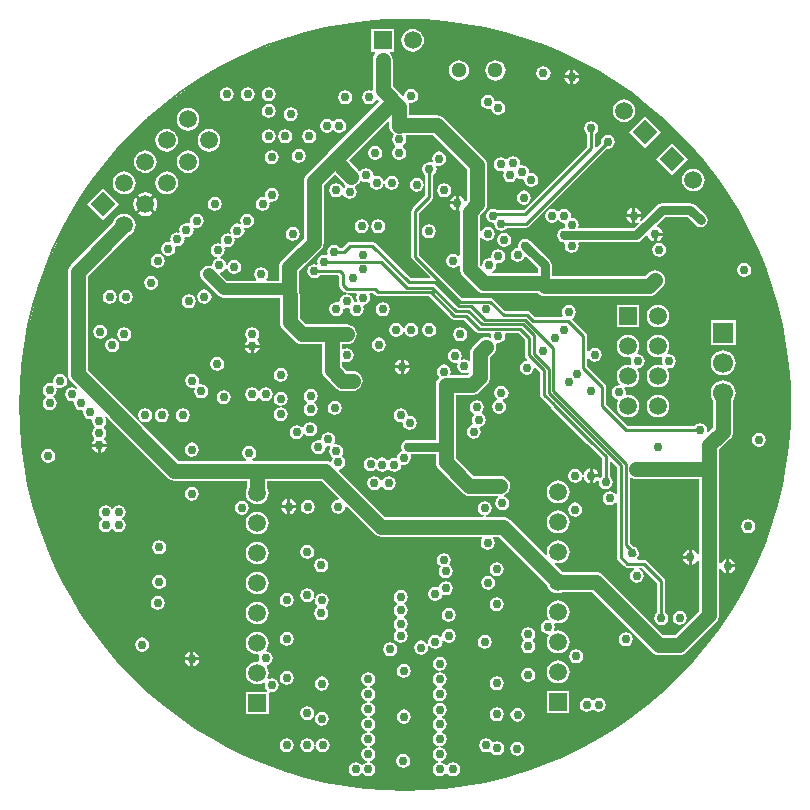
<source format=gbr>
%FSDAX24Y24*%
%MOIN*%
%SFA1B1*%

%IPPOS*%
%AMD36*
4,1,4,-0.041700,0.000000,0.000000,-0.041700,0.041700,0.000000,0.000000,0.041700,-0.041700,0.000000,0.0*
%
%AMD42*
4,1,4,0.000000,-0.041700,0.041700,0.000000,0.000000,0.041700,-0.041700,0.000000,0.000000,-0.041700,0.0*
%
%ADD27C,0.010000*%
%ADD28C,0.030000*%
%ADD29C,0.020000*%
%ADD35C,0.059100*%
G04~CAMADD=36~10~0.0~590.4~0.0~0.0~0.0~0.0~0~0.0~0.0~0.0~0.0~0~0.0~0.0~0.0~0.0~0~0.0~0.0~0.0~135.0~590.4~0.0*
%ADD36D36*%
%ADD37C,0.051200*%
%ADD38R,0.059100X0.059100*%
%ADD39R,0.059100X0.059100*%
%ADD40R,0.066900X0.066900*%
%ADD41C,0.066900*%
G04~CAMADD=42~10~0.0~590.4~0.0~0.0~0.0~0.0~0~0.0~0.0~0.0~0.0~0~0.0~0.0~0.0~0.0~0~0.0~0.0~0.0~225.0~590.4~0.0*
%ADD42D42*%
%ADD43C,0.030000*%
%ADD44C,0.050000*%
%ADD45C,0.040000*%
%ADD70C,0.005000*%
%ADD71C,0.080000*%
%ADD72C,0.160000*%
%ADD73C,0.320000*%
%ADD74C,0.640000*%
%LNde-020717_copper_signal_1-1*%
%LPD*%
G54D70*
X013771Y025919D02*
X014441Y025866D01*
X015108Y025778*
X015768Y025655*
X016422Y025498*
X017066Y025308*
X017700Y025083*
X018320Y024827*
X018927Y024537*
X019518Y024216*
X020091Y023866*
X020645Y023484*
X021178Y023075*
X021689Y022639*
X022176Y022176*
X022639Y021689*
X022983Y021286*
X023516Y020599*
X023866Y020091*
X024216Y019518*
X024537Y018927*
X024827Y018320*
X025083Y017700*
X025308Y017066*
X025498Y016422*
X025655Y015768*
X025778Y015108*
X025866Y014441*
X025919Y013771*
X025936Y013100*
X025919Y012428*
X025866Y011758*
X025778Y011091*
X025655Y010431*
X025498Y009777*
X025308Y009133*
X025083Y008499*
X024827Y007879*
X024537Y007272*
X024216Y006681*
X023866Y006108*
X023484Y005554*
X023075Y005021*
X022639Y004510*
X022176Y004023*
X021689Y003560*
X021178Y003124*
X020645Y002715*
X020091Y002333*
X019518Y001983*
X018927Y001662*
X018320Y001372*
X017700Y001116*
X017066Y000891*
X016422Y000701*
X015768Y000544*
X015108Y000421*
X014441Y000333*
X013771Y000280*
X013100Y000263*
X012428Y000280*
X011758Y000333*
X011091Y000421*
X010431Y000544*
X009777Y000701*
X009133Y000891*
X008499Y001116*
X007879Y001372*
X007272Y001662*
X006681Y001983*
X006108Y002333*
X005554Y002715*
X005021Y003124*
X004510Y003560*
X004023Y004023*
X003560Y004510*
X003124Y005021*
X002715Y005554*
X002333Y006108*
X001983Y006681*
X001662Y007272*
X001372Y007879*
X001116Y008499*
X000891Y009133*
X000701Y009777*
X000544Y010431*
X000421Y011091*
X000333Y011758*
X000280Y012428*
X000263Y013100*
X000280Y013771*
X000333Y014441*
X000421Y015108*
X000544Y015768*
X000701Y016422*
X000891Y017066*
X001116Y017700*
X001372Y018320*
X001662Y018927*
X001983Y019518*
X002333Y020091*
X002715Y020645*
X003124Y021178*
X003560Y021689*
X004023Y022176*
X004510Y022639*
X005021Y023075*
X005554Y023484*
X006108Y023866*
X006681Y024216*
X007272Y024537*
X007879Y024827*
X008499Y025083*
X009133Y025308*
X009777Y025498*
X010431Y025655*
X011091Y025778*
X011758Y025866*
X012428Y025919*
X013100Y025936*
X013771Y025919*
G54D27*
X013769Y025869D02*
X014436Y025816D01*
X015100Y025728*
X015758Y025606*
X016409Y025450*
X017050Y025260*
X017682Y025036*
X018300Y024781*
X018904Y024493*
X019493Y024173*
X020064Y023824*
X020615Y023444*
X021146Y023036*
X021655Y022602*
X022140Y022140*
X022602Y021655*
X022944Y021254*
X023476Y020569*
X023824Y020064*
X024173Y019493*
X024493Y018904*
X024781Y018300*
X025036Y017682*
X025260Y017050*
X025450Y016409*
X025606Y015758*
X025728Y015100*
X025816Y014436*
X025869Y013769*
X025886Y013099*
X025869Y012430*
X025816Y011763*
X025728Y011099*
X025606Y010441*
X025450Y009790*
X025260Y009149*
X025036Y008517*
X024781Y007899*
X024493Y007295*
X024173Y006706*
X023824Y006135*
X023444Y005584*
X023036Y005053*
X022602Y004544*
X022140Y004059*
X021655Y003597*
X021146Y003163*
X020615Y002755*
X020064Y002375*
X019493Y002026*
X018904Y001706*
X018300Y001418*
X017682Y001163*
X017050Y000939*
X016409Y000749*
X015758Y000593*
X015100Y000471*
X014436Y000383*
X013769Y000330*
X013099Y000313*
X012430Y000330*
X011763Y000383*
X011099Y000471*
X010441Y000593*
X009790Y000749*
X009149Y000939*
X008517Y001163*
X007899Y001418*
X007295Y001706*
X006706Y002026*
X006135Y002375*
X005584Y002755*
X005053Y003163*
X004544Y003597*
X004059Y004059*
X003597Y004544*
X003163Y005053*
X002755Y005584*
X002375Y006135*
X002026Y006706*
X001706Y007295*
X001418Y007899*
X001163Y008517*
X000939Y009149*
X000749Y009790*
X000593Y010441*
X000471Y011099*
X000383Y011763*
X000330Y012430*
X000313Y013099*
X000330Y013769*
X000383Y014436*
X000471Y015100*
X000593Y015758*
X000749Y016409*
X000939Y017050*
X001163Y017682*
X001418Y018300*
X001706Y018904*
X002026Y019493*
X002375Y020064*
X002755Y020615*
X003163Y021146*
X003597Y021655*
X004059Y022140*
X004544Y022602*
X005053Y023036*
X005584Y023444*
X006135Y023824*
X006706Y024173*
X007295Y024493*
X007899Y024781*
X008517Y025036*
X009149Y025260*
X009790Y025450*
X010441Y025606*
X011099Y025728*
X011763Y025816*
X012430Y025869*
X013099Y025886*
X013769Y025869*
G54D29*
X013763Y025769D02*
X014425Y025716D01*
X015084Y025630*
X015737Y025508*
X016383Y025353*
X017019Y025165*
X017646Y024943*
X018259Y024690*
X018859Y024404*
X019443Y024086*
X020009Y023740*
X020557Y023363*
X021083Y022958*
X021588Y022527*
X022070Y022070*
X022527Y021588*
X022867Y021191*
X023395Y020510*
X023740Y020009*
X024086Y019443*
X024404Y018859*
X024690Y018259*
X024943Y017646*
X025165Y017019*
X025353Y016383*
X025508Y015737*
X025630Y015084*
X025716Y014425*
X025769Y013763*
X025786Y013099*
X025769Y012436*
X025716Y011774*
X025630Y011115*
X025508Y010462*
X025353Y009816*
X025165Y009180*
X024943Y008553*
X024690Y007940*
X024404Y007340*
X024086Y006756*
X023740Y006190*
X023363Y005642*
X022958Y005116*
X022527Y004611*
X022070Y004129*
X021588Y003672*
X021083Y003241*
X020557Y002836*
X020009Y002459*
X019443Y002113*
X018859Y001795*
X018259Y001509*
X017646Y001256*
X017019Y001034*
X016383Y000846*
X015737Y000691*
X015084Y000569*
X014425Y000483*
X013763Y000430*
X013099Y000413*
X012436Y000430*
X011774Y000483*
X011115Y000569*
X010462Y000691*
X009816Y000846*
X009180Y001034*
X008553Y001256*
X007940Y001509*
X007340Y001795*
X006756Y002113*
X006190Y002459*
X005642Y002836*
X005116Y003241*
X004611Y003672*
X004129Y004129*
X003672Y004611*
X003241Y005116*
X002836Y005642*
X002459Y006190*
X002113Y006756*
X001795Y007340*
X001509Y007940*
X001256Y008553*
X001034Y009180*
X000846Y009816*
X000691Y010462*
X000569Y011115*
X000483Y011774*
X000430Y012436*
X000413Y013099*
X000430Y013763*
X000483Y014425*
X000569Y015084*
X000691Y015737*
X000846Y016383*
X001034Y017019*
X001256Y017646*
X001509Y018259*
X001795Y018859*
X002113Y019443*
X002459Y020009*
X002836Y020557*
X003241Y021083*
X003672Y021588*
X004129Y022070*
X004611Y022527*
X005116Y022958*
X005642Y023363*
X006190Y023740*
X006756Y024086*
X007340Y024404*
X007940Y024690*
X008553Y024943*
X009180Y025165*
X009816Y025353*
X010462Y025508*
X011115Y025630*
X011774Y025716*
X012436Y025769*
X013099Y025786*
X013763Y025769*
G54D45*
X013753Y025569D02*
X014404Y025517D01*
X015053Y025432*
X015695Y025313*
X016331Y025160*
X016958Y024975*
X017574Y024756*
X018178Y024507*
X018768Y024225*
X019343Y023913*
X019900Y023572*
X020439Y023201*
X020957Y022803*
X021454Y022379*
X021928Y021928*
X022379Y021454*
X022712Y021065*
X023234Y020392*
X023572Y019900*
X023913Y019343*
X024225Y018768*
X024507Y018178*
X024756Y017574*
X024975Y016958*
X025160Y016331*
X025313Y015695*
X025432Y015053*
X025517Y014404*
X025569Y013753*
X025586Y013099*
X025569Y012446*
X025517Y011795*
X025432Y011146*
X025313Y010504*
X025160Y009867*
X024975Y009241*
X024756Y008625*
X024507Y008021*
X024225Y007431*
X023913Y006856*
X023572Y006299*
X023201Y005760*
X022803Y005242*
X022379Y004745*
X021928Y004271*
X021454Y003820*
X020957Y003396*
X020439Y002998*
X019900Y002627*
X019343Y002286*
X018768Y001974*
X018178Y001692*
X017574Y001443*
X016958Y001224*
X016331Y001039*
X015695Y000886*
X015053Y000767*
X014404Y000682*
X013753Y000630*
X013099Y000613*
X012446Y000630*
X011795Y000682*
X011146Y000767*
X010504Y000886*
X009867Y001039*
X009241Y001224*
X008625Y001443*
X008021Y001692*
X007431Y001974*
X006856Y002286*
X006299Y002627*
X005760Y002998*
X005242Y003396*
X004745Y003820*
X004271Y004271*
X003820Y004745*
X003396Y005242*
X002998Y005760*
X002627Y006299*
X002286Y006856*
X001974Y007431*
X001692Y008021*
X001443Y008625*
X001224Y009241*
X001039Y009867*
X000886Y010504*
X000767Y011146*
X000682Y011795*
X000630Y012446*
X000613Y013099*
X000630Y013753*
X000682Y014404*
X000767Y015053*
X000886Y015695*
X001039Y016331*
X001224Y016958*
X001443Y017574*
X001692Y018178*
X001974Y018768*
X002286Y019343*
X002627Y019900*
X002998Y020439*
X003396Y020957*
X003820Y021454*
X004271Y021928*
X004745Y022379*
X005242Y022803*
X005760Y023201*
X006299Y023572*
X006856Y023913*
X007431Y024225*
X008021Y024507*
X008625Y024756*
X009241Y024975*
X009867Y025160*
X010504Y025313*
X011146Y025432*
X011795Y025517*
X012446Y025569*
X013099Y025586*
X013753Y025569*
G54D71*
X013732Y025169D02*
X014362Y025119D01*
X014990Y025037*
X015612Y024921*
X016228Y024774*
X016834Y024594*
X017431Y024383*
X018015Y024141*
X018586Y023869*
X019143Y023566*
X019682Y023236*
X020203Y022877*
X020706Y022492*
X021187Y022082*
X021645Y021645*
X022082Y021186*
X022401Y020812*
X022911Y020156*
X023236Y019682*
X023566Y019143*
X023869Y018586*
X024141Y018015*
X024383Y017431*
X024594Y016834*
X024774Y016228*
X024921Y015612*
X025037Y014990*
X025119Y014362*
X025169Y013732*
X025186Y013099*
X025169Y012467*
X025119Y011837*
X025037Y011209*
X024921Y010587*
X024774Y009971*
X024594Y009365*
X024383Y008768*
X024141Y008183*
X023869Y007613*
X023566Y007056*
X023236Y006517*
X022877Y005995*
X022492Y005493*
X022082Y005012*
X021645Y004554*
X021187Y004117*
X020706Y003707*
X020203Y003321*
X019682Y002963*
X019143Y002633*
X018586Y002330*
X018015Y002058*
X017431Y001816*
X016834Y001605*
X016228Y001425*
X015612Y001278*
X014990Y001162*
X014362Y001079*
X013732Y001030*
X013099Y001013*
X012467Y001030*
X011837Y001079*
X011209Y001162*
X010587Y001278*
X009971Y001425*
X009365Y001605*
X008768Y001816*
X008183Y002058*
X007613Y002330*
X007056Y002633*
X006517Y002963*
X005995Y003321*
X005493Y003707*
X005012Y004117*
X004554Y004554*
X004117Y005012*
X003707Y005493*
X003321Y005995*
X002963Y006517*
X002633Y007056*
X002330Y007613*
X002058Y008183*
X001816Y008768*
X001605Y009365*
X001425Y009971*
X001278Y010587*
X001162Y011209*
X001079Y011837*
X001030Y012467*
X001013Y013099*
X001030Y013732*
X001079Y014362*
X001162Y014990*
X001278Y015612*
X001425Y016228*
X001605Y016834*
X001816Y017431*
X002058Y018015*
X002330Y018586*
X002633Y019143*
X002963Y019682*
X003321Y020203*
X003707Y020706*
X004117Y021187*
X004554Y021645*
X005012Y022082*
X005493Y022492*
X005995Y022877*
X006517Y023236*
X007056Y023566*
X007613Y023869*
X008183Y024141*
X008768Y024383*
X009365Y024594*
X009971Y024774*
X010587Y024921*
X011209Y025037*
X011837Y025119*
X012467Y025169*
X013099Y025186*
X013732Y025169*
G54D72*
X013689Y024370D02*
X014279Y024324D01*
X014865Y024246*
X015446Y024138*
X016021Y024001*
X016587Y023833*
X017144Y023635*
X017690Y023410*
X018223Y023156*
X018743Y022873*
X019247Y022565*
X019733Y022230*
X020202Y021870*
X020651Y021487*
X021079Y021079*
X021487Y020651*
X021781Y020307*
X022264Y019684*
X022565Y019247*
X022873Y018743*
X023156Y018223*
X023410Y017690*
X023635Y017144*
X023833Y016587*
X024001Y016021*
X024138Y015446*
X024246Y014865*
X024324Y014279*
X024370Y013689*
X024386Y013099*
X024370Y012510*
X024324Y011920*
X024246Y011334*
X024138Y010753*
X024001Y010178*
X023833Y009612*
X023635Y009055*
X023410Y008509*
X023156Y007976*
X022873Y007456*
X022565Y006952*
X022230Y006466*
X021870Y005997*
X021487Y005548*
X021079Y005120*
X020651Y004712*
X020202Y004329*
X019733Y003969*
X019247Y003634*
X018743Y003326*
X018223Y003043*
X017690Y002789*
X017144Y002564*
X016587Y002366*
X016021Y002198*
X015446Y002061*
X014865Y001953*
X014279Y001875*
X013689Y001829*
X013099Y001813*
X012510Y001829*
X011920Y001875*
X011334Y001953*
X010753Y002061*
X010178Y002198*
X009612Y002366*
X009055Y002564*
X008509Y002789*
X007976Y003043*
X007456Y003326*
X006952Y003634*
X006466Y003969*
X005997Y004329*
X005548Y004712*
X005120Y005120*
X004712Y005548*
X004329Y005997*
X003969Y006466*
X003634Y006952*
X003326Y007456*
X003043Y007976*
X002789Y008509*
X002564Y009055*
X002366Y009612*
X002198Y010178*
X002061Y010753*
X001953Y011334*
X001875Y011920*
X001829Y012510*
X001813Y013099*
X001829Y013689*
X001875Y014279*
X001953Y014865*
X002061Y015446*
X002198Y016021*
X002366Y016587*
X002564Y017144*
X002789Y017690*
X003043Y018223*
X003326Y018743*
X003634Y019247*
X003969Y019733*
X004329Y020202*
X004712Y020651*
X005120Y021079*
X005548Y021487*
X005997Y021870*
X006466Y022230*
X006952Y022565*
X007456Y022873*
X007976Y023156*
X008509Y023410*
X009055Y023635*
X009612Y023833*
X010178Y024001*
X010753Y024138*
X011334Y024246*
X011920Y024324*
X012510Y024370*
X013099Y024386*
X013689Y024370*
G54D73*
X013605Y022772D02*
X014111Y022732D01*
X014614Y022666*
X015113Y022573*
X015607Y022454*
X016092Y022311*
X016571Y022141*
X017040Y021947*
X017496Y021730*
X017943Y021487*
X018375Y021223*
X018791Y020936*
X019195Y020626*
X019579Y020298*
X019948Y019948*
X020298Y019579*
X020540Y019296*
X020972Y018739*
X021222Y018376*
X021487Y017943*
X021730Y017496*
X021947Y017040*
X022141Y016571*
X022311Y016092*
X022454Y015607*
X022573Y015113*
X022666Y014614*
X022732Y014111*
X022772Y013605*
X022785Y013099*
X022772Y012594*
X022732Y012088*
X022666Y011585*
X022573Y011086*
X022454Y010592*
X022311Y010107*
X022141Y009628*
X021947Y009159*
X021730Y008703*
X021487Y008256*
X021223Y007824*
X020936Y007408*
X020626Y007004*
X020298Y006619*
X019948Y006251*
X019579Y005901*
X019195Y005573*
X018791Y005263*
X018375Y004976*
X017943Y004712*
X017496Y004469*
X017040Y004252*
X016571Y004058*
X016092Y003888*
X015607Y003745*
X015113Y003626*
X014614Y003533*
X014111Y003467*
X013605Y003427*
X013099Y003414*
X012594Y003427*
X012088Y003467*
X011585Y003533*
X011086Y003626*
X010592Y003745*
X010107Y003888*
X009628Y004058*
X009159Y004252*
X008703Y004469*
X008256Y004712*
X007824Y004976*
X007408Y005263*
X007004Y005573*
X006619Y005901*
X006251Y006251*
X005901Y006619*
X005573Y007004*
X005263Y007408*
X004976Y007824*
X004712Y008256*
X004469Y008703*
X004252Y009159*
X004058Y009628*
X003888Y010107*
X003745Y010592*
X003626Y011086*
X003533Y011585*
X003467Y012088*
X003427Y012594*
X003414Y013099*
X003427Y013605*
X003467Y014111*
X003533Y014614*
X003626Y015113*
X003745Y015607*
X003888Y016092*
X004058Y016571*
X004252Y017040*
X004469Y017496*
X004712Y017943*
X004976Y018375*
X005263Y018791*
X005573Y019195*
X005901Y019579*
X006251Y019948*
X006619Y020298*
X007004Y020626*
X007408Y020936*
X007824Y021223*
X008256Y021487*
X008703Y021730*
X009159Y021947*
X009628Y022141*
X010107Y022311*
X010592Y022454*
X011086Y022573*
X011585Y022666*
X012088Y022732*
X012594Y022772*
X013099Y022785*
X013605Y022772*
G54D74*
X013436Y019575D02*
X013776Y019548D01*
X014112Y019504*
X014447Y019442*
X014779Y019362*
X015102Y019267*
X015425Y019152*
X015739Y019022*
X016041Y018878*
X016343Y018714*
X016632Y018538*
X016908Y018347*
X017180Y018138*
X017437Y017920*
X017684Y017684*
X017920Y017436*
X018058Y017275*
X018388Y016850*
X018537Y016633*
X018714Y016343*
X018878Y016041*
X019022Y015739*
X019152Y015425*
X019267Y015102*
X019362Y014779*
X019442Y014447*
X019504Y014112*
X019548Y013776*
X019575Y013436*
X019584Y013099*
X019575Y012763*
X019548Y012423*
X019504Y012087*
X019442Y011752*
X019362Y011420*
X019267Y011097*
X019152Y010774*
X019022Y010460*
X018878Y010158*
X018714Y009856*
X018538Y009567*
X018347Y009290*
X018138Y009019*
X017920Y008762*
X017684Y008515*
X017437Y008279*
X017180Y008061*
X016908Y007852*
X016632Y007661*
X016343Y007484*
X016041Y007321*
X015739Y007177*
X015425Y007047*
X015102Y006932*
X014779Y006837*
X014447Y006757*
X014112Y006695*
X013776Y006651*
X013436Y006624*
X013099Y006615*
X012763Y006624*
X012423Y006651*
X012087Y006695*
X011752Y006757*
X011420Y006837*
X011097Y006932*
X010774Y007047*
X010460Y007177*
X010158Y007321*
X009856Y007484*
X009567Y007661*
X009290Y007852*
X009019Y008061*
X008762Y008279*
X008515Y008515*
X008279Y008762*
X008061Y009019*
X007852Y009290*
X007661Y009567*
X007484Y009856*
X007321Y010158*
X007177Y010460*
X007047Y010774*
X006932Y011097*
X006837Y011420*
X006757Y011752*
X006695Y012087*
X006651Y012423*
X006624Y012763*
X006615Y013099*
X006624Y013436*
X006651Y013776*
X006695Y014112*
X006757Y014447*
X006837Y014779*
X006932Y015102*
X007047Y015425*
X007177Y015739*
X007321Y016041*
X007484Y016343*
X007661Y016632*
X007852Y016908*
X008061Y017180*
X008279Y017437*
X008515Y017684*
X008762Y017920*
X009019Y018138*
X009290Y018347*
X009567Y018538*
X009856Y018714*
X010158Y018878*
X010460Y019022*
X010774Y019152*
X011097Y019267*
X011420Y019362*
X011752Y019442*
X012087Y019504*
X012423Y019548*
X012763Y019575*
X013099Y019584*
X013436Y019575*
X013267Y016379D02*
X013441Y016365D01*
X013611Y016342*
X013782Y016311*
X013951Y016270*
X014113Y016222*
X014279Y016163*
X014439Y016097*
X014587Y016027*
X014742Y015942*
X014889Y015853*
X015026Y015758*
X015166Y015651*
X015294Y015541*
X015421Y015421*
X015542Y015293*
X015576Y015254*
X015803Y014961*
X015851Y014891*
X015942Y014742*
X016027Y014587*
X016097Y014439*
X016163Y014279*
X016222Y014113*
X016270Y013951*
X016311Y013782*
X016342Y013611*
X016365Y013441*
X016379Y013267*
X016383Y013099*
X016379Y012932*
X016365Y012758*
X016342Y012588*
X016311Y012417*
X016270Y012247*
X016222Y012086*
X016163Y011920*
X016097Y011760*
X016027Y011612*
X015942Y011457*
X015853Y011310*
X015758Y011173*
X015651Y011033*
X015541Y010905*
X015421Y010778*
X015294Y010658*
X015166Y010548*
X015026Y010441*
X014889Y010346*
X014742Y010257*
X014587Y010172*
X014439Y010102*
X014279Y010036*
X014113Y009977*
X013951Y009929*
X013782Y009888*
X013611Y009856*
X013441Y009834*
X013267Y009820*
X013099Y009816*
X012932Y009820*
X012758Y009834*
X012588Y009856*
X012417Y009888*
X012247Y009929*
X012086Y009977*
X011920Y010036*
X011760Y010102*
X011612Y010172*
X011457Y010257*
X011310Y010346*
X011173Y010441*
X011033Y010548*
X010905Y010658*
X010778Y010778*
X010658Y010905*
X010548Y011033*
X010441Y011173*
X010346Y011310*
X010257Y011457*
X010172Y011612*
X010102Y011760*
X010036Y011920*
X009977Y012086*
X009929Y012247*
X009888Y012417*
X009856Y012588*
X009834Y012758*
X009820Y012932*
X009816Y013099*
X009820Y013267*
X009834Y013441*
X009856Y013611*
X009888Y013782*
X009929Y013951*
X009977Y014113*
X010036Y014279*
X010102Y014439*
X010172Y014587*
X010257Y014742*
X010346Y014889*
X010441Y015026*
X010548Y015166*
X010658Y015294*
X010778Y015421*
X010905Y015541*
X011033Y015651*
X011173Y015758*
X011310Y015853*
X011457Y015942*
X011612Y016027*
X011760Y016097*
X011920Y016163*
X012086Y016222*
X012247Y016270*
X012417Y016311*
X012588Y016342*
X012758Y016365*
X012932Y016379*
X013099Y016383*
X013267Y016379*
X013098Y013182D02*
X013105Y013181D01*
X013109Y013181*
X013116Y013180*
X013124Y013178*
X013123Y013178*
X013133Y013175*
X013138Y013172*
X013133Y013175*
X013142Y013170*
X013146Y013168*
X013143Y013170*
X013151Y013163*
X013151Y013163*
X013157Y013157*
X013164Y013150*
X013094Y013233*
X013219Y013071*
X013166Y013148*
X013170Y013142*
X013175Y013133*
X013172Y013138*
X013175Y013133*
X013178Y013123*
X013178Y013124*
X013180Y013116*
X013181Y013109*
X013181Y013105*
X013182Y013098*
X013182Y013099*
X013182Y013101*
X013181Y013094*
X013181Y013090*
X013180Y013083*
X013178Y013075*
X013178Y013075*
X013175Y013066*
X013172Y013061*
X013175Y013066*
X013170Y013057*
X013168Y013053*
X013170Y013056*
X013163Y013047*
X013163Y013048*
X013157Y013042*
X013151Y013036*
X013151Y013036*
X013143Y013029*
X013146Y013031*
X013142Y013029*
X013133Y013024*
X013138Y013027*
X013133Y013024*
X013123Y013021*
X013124Y013021*
X013116Y013019*
X013109Y013018*
X013105Y013018*
X013098Y013017*
X013099Y013017*
X013101Y013017*
X013094Y013018*
X013090Y013018*
X013083Y013019*
X013075Y013021*
X013075Y013021*
X013066Y013024*
X013061Y013027*
X013066Y013024*
X013057Y013029*
X013053Y013031*
X013056Y013029*
X013047Y013036*
X013048Y013036*
X013042Y013042*
X013036Y013048*
X013036Y013047*
X013029Y013056*
X013031Y013053*
X013029Y013057*
X013024Y013066*
X013027Y013061*
X013024Y013066*
X013021Y013075*
X013021Y013075*
X013019Y013083*
X013018Y013090*
X013018Y013094*
X013017Y013101*
X013017Y013099*
X013017Y013098*
X013018Y013105*
X013018Y013109*
X013019Y013116*
X013021Y013124*
X013021Y013123*
X013024Y013133*
X013027Y013138*
X013024Y013133*
X013029Y013142*
X013031Y013146*
X013029Y013143*
X013036Y013151*
X013036Y013151*
X013042Y013157*
X013048Y013163*
X013047Y013163*
X013056Y013170*
X013053Y013168*
X013057Y013170*
X013066Y013175*
X013061Y013172*
X013066Y013175*
X013075Y013178*
X013075Y013178*
X013083Y013180*
X013090Y013181*
X013094Y013181*
X013101Y013182*
X013099Y013182*
X013098Y013182*
%LNde-020717_copper_signal_1-2*%
%LPC*%
G36*
X013350Y025629D02*
X013252Y025616D01*
X013161Y025578*
X013082Y025518*
X013022Y025439*
X012984Y025348*
X012971Y025250*
X012984Y025152*
X013022Y025061*
X013082Y024982*
X013161Y024922*
X013252Y024884*
X013350Y024871*
X013448Y024884*
X013539Y024922*
X013618Y024982*
X013678Y025061*
X013716Y025152*
X013729Y025250*
X013716Y025348*
X013678Y025439*
X013618Y025518*
X013539Y025578*
X013448Y025616*
X013350Y025629*
G37*
G36*
X018700Y024275D02*
Y024080D01*
X018895*
X018886Y024128*
X018830Y024210*
X018748Y024265*
X018700Y024275*
G37*
G36*
X018600D02*
X018552Y024265D01*
X018470Y024210*
X018414Y024128*
X018405Y024080*
X018600*
Y024275*
G37*
G36*
X017710Y024385D02*
X017620Y024367D01*
X017544Y024316*
X017493Y024240*
X017475Y024150*
X017493Y024060*
X017544Y023984*
X017620Y023933*
X017710Y023915*
X017800Y023933*
X017876Y023984*
X017927Y024060*
X017945Y024150*
X017927Y024240*
X017876Y024316*
X017800Y024367*
X017710Y024385*
G37*
G36*
X016110Y024589D02*
X016023Y024577D01*
X015941Y024543*
X015871Y024490*
X015817Y024419*
X015783Y024338*
X015771Y024250*
X015783Y024162*
X015817Y024081*
X015871Y024010*
X015941Y023957*
X016023Y023923*
X016110Y023911*
X016198Y023923*
X016280Y023957*
X016350Y024010*
X016404Y024081*
X016437Y024162*
X016449Y024250*
X016437Y024338*
X016404Y024419*
X016350Y024490*
X016280Y024543*
X016198Y024577*
X016110Y024589*
G37*
G36*
X014890D02*
X014802Y024577D01*
X014720Y024543*
X014650Y024490*
X014596Y024419*
X014563Y024338*
X014551Y024250*
X014563Y024162*
X014596Y024081*
X014650Y024010*
X014720Y023957*
X014802Y023923*
X014890Y023911*
X014977Y023923*
X015059Y023957*
X015129Y024010*
X015183Y024081*
X015217Y024162*
X015229Y024250*
X015217Y024338*
X015183Y024419*
X015129Y024490*
X015059Y024543*
X014977Y024577*
X014890Y024589*
G37*
G36*
X018895Y023980D02*
X018700D01*
Y023785*
X018748Y023795*
X018830Y023850*
X018886Y023932*
X018895Y023980*
G37*
G36*
X018600D02*
X018405D01*
X018414Y023932*
X018470Y023850*
X018552Y023795*
X018600Y023785*
Y023980*
G37*
G36*
X012725Y025625D02*
X011975D01*
Y024875*
X012090*
X012106Y024825*
X012062Y024766*
X012028Y024686*
X012017Y024600*
Y023608*
X012012Y023600*
X011973Y023572*
X011968Y023571*
X011900Y023585*
X011810Y023567*
X011734Y023516*
X011683Y023440*
X011665Y023350*
X011683Y023260*
X011734Y023184*
X011810Y023133*
X011900Y023115*
X011990Y023133*
X012066Y023184*
X012117Y023260*
X012120Y023277*
X012168Y023291*
X012244Y023215*
X010515Y021485*
X009815Y020785*
X009762Y020716*
X009748Y020683*
X009728Y020636*
X009717Y020550*
Y019150*
Y018648*
X008995Y017925*
X008942Y017856*
X008928Y017823*
X008908Y017776*
X008897Y017690*
Y017242*
X008486*
X008471Y017292*
X008517Y017360*
X008535Y017450*
X008517Y017540*
X008466Y017616*
X008390Y017667*
X008300Y017685*
X008210Y017667*
X008134Y017616*
X008083Y017540*
X008065Y017450*
X008083Y017360*
X008129Y017292*
X008114Y017242*
X007167*
X006937Y017472*
X006954Y017526*
X006990Y017533*
X007066Y017584*
X007117Y017660*
X007120Y017675*
X007171*
X007183Y017610*
X007234Y017534*
X007310Y017483*
X007400Y017465*
X007490Y017483*
X007566Y017534*
X007617Y017610*
X007635Y017700*
X007617Y017790*
X007566Y017866*
X007490Y017917*
X007400Y017935*
X007310Y017917*
X007234Y017866*
X007183Y017790*
X007180Y017775*
X007129*
X007117Y017840*
X007066Y017916*
X006990Y017967*
X006925Y017979*
Y018030*
X006940Y018033*
X007016Y018084*
X007067Y018160*
X007085Y018250*
X007071Y018320*
Y018322*
X007108Y018359*
X007110*
X007180Y018345*
X007270Y018363*
X007346Y018414*
X007397Y018490*
X007415Y018580*
X007401Y018650*
Y018652*
X007438Y018689*
X007440*
X007510Y018675*
X007600Y018693*
X007676Y018744*
X007727Y018820*
X007745Y018910*
X007731Y018980*
Y018982*
X007768Y019019*
X007770*
X007840Y019005*
X007930Y019023*
X008006Y019074*
X008057Y019150*
X008075Y019240*
X008057Y019330*
X008006Y019406*
X007930Y019457*
X007840Y019475*
X007750Y019457*
X007674Y019406*
X007623Y019330*
X007605Y019240*
X007619Y019170*
Y019168*
X007582Y019131*
X007580*
X007510Y019145*
X007420Y019127*
X007344Y019076*
X007293Y019000*
X007275Y018910*
X007289Y018840*
Y018838*
X007252Y018801*
X007250*
X007180Y018815*
X007090Y018797*
X007014Y018746*
X006963Y018670*
X006945Y018580*
X006959Y018510*
Y018508*
X006922Y018471*
X006920*
X006850Y018485*
X006760Y018467*
X006684Y018416*
X006633Y018340*
X006615Y018250*
X006633Y018160*
X006684Y018084*
X006760Y018033*
X006825Y018021*
Y017970*
X006810Y017967*
X006734Y017916*
X006683Y017840*
X006669Y017768*
X006629Y017737*
X006618Y017733*
X006550Y017742*
X006477Y017733*
X006409Y017705*
X006350Y017660*
X006305Y017601*
X006277Y017533*
X006268Y017460*
X006277Y017387*
X006305Y017319*
X006350Y017260*
X006850Y016760*
X006909Y016715*
X006977Y016687*
X007050Y016678*
X008917*
Y015850*
X008928Y015764*
X008948Y015717*
X008962Y015684*
X009015Y015615*
X009415Y015215*
X009484Y015162*
X009564Y015128*
X009650Y015117*
X010317*
Y014250*
X010328Y014164*
X010348Y014117*
X010362Y014084*
X010415Y014015*
X010765Y013665*
X010834Y013612*
X010914Y013578*
X011000Y013567*
X011350*
X011436Y013578*
X011516Y013612*
X011585Y013665*
X011638Y013734*
X011672Y013814*
X011683Y013900*
X011672Y013986*
X011638Y014066*
X011585Y014135*
X011516Y014188*
X011436Y014222*
X011350Y014233*
X011138*
X010983Y014388*
Y014525*
X011033Y014552*
X011060Y014533*
X011150Y014515*
X011240Y014533*
X011316Y014584*
X011367Y014660*
X011385Y014750*
X011367Y014840*
X011316Y014916*
X011240Y014967*
X011150Y014985*
X011060Y014967*
X011033Y014948*
X010983Y014975*
Y015117*
X011150*
X011236Y015128*
X011316Y015162*
X011385Y015215*
X011438Y015284*
X011472Y015364*
X011483Y015450*
X011472Y015536*
X011438Y015616*
X011385Y015685*
X011316Y015738*
X011236Y015772*
X011150Y015783*
X009788*
X009583Y015988*
Y016760*
X009572Y016846*
X009554Y016889*
X009563Y016960*
Y017552*
X010285Y018275*
X010338Y018344*
X010352Y018377*
X010372Y018424*
X010383Y018510*
Y019150*
Y020412*
X010750Y020779*
X011065Y020465*
X011101Y020437*
X011099Y020376*
X011084Y020366*
X011067Y020341*
X011045Y020340*
X011012Y020347*
X010966Y020416*
X010890Y020467*
X010800Y020485*
X010710Y020467*
X010634Y020416*
X010583Y020340*
X010565Y020250*
X010583Y020160*
X010634Y020084*
X010710Y020033*
X010800Y020015*
X010890Y020033*
X010966Y020084*
X010983Y020109*
X011005Y020110*
X011038Y020103*
X011084Y020034*
X011160Y019983*
X011250Y019965*
X011340Y019983*
X011416Y020034*
X011467Y020110*
X011485Y020200*
X011467Y020290*
X011431Y020343*
X011444Y020402*
X011466Y020412*
X011535Y020465*
X011588Y020534*
X011598Y020556*
X011657Y020569*
X011710Y020533*
X011800Y020515*
X011870Y020529*
X011909Y020504*
X011917Y020492*
X011933Y020410*
X011984Y020334*
X012060Y020283*
X012150Y020265*
X012240Y020283*
X012316Y020334*
X012367Y020410*
X012375Y020450*
X012425*
X012433Y020410*
X012484Y020334*
X012560Y020283*
X012650Y020265*
X012740Y020283*
X012816Y020334*
X012867Y020410*
X012885Y020500*
X012867Y020590*
X012816Y020666*
X012740Y020717*
X012650Y020735*
X012560Y020717*
X012484Y020666*
X012433Y020590*
X012425Y020550*
X012375*
X012367Y020590*
X012316Y020666*
X012240Y020717*
X012150Y020735*
X012080Y020721*
X012041Y020746*
X012033Y020758*
X012017Y020840*
X011966Y020916*
X011890Y020967*
X011800Y020985*
X011710Y020967*
X011634Y020916*
X011624Y020901*
X011563Y020899*
X011535Y020935*
X011221Y021250*
X012521Y022550*
X012567Y022531*
Y022400*
X012578Y022314*
X012598Y022267*
X012612Y022234*
X012665Y022165*
X012732Y022113*
X012683Y022040*
X012665Y021950*
X012683Y021860*
X012734Y021784*
X012778Y021755*
Y021695*
X012734Y021666*
X012683Y021590*
X012665Y021500*
X012683Y021410*
X012734Y021334*
X012810Y021283*
X012900Y021265*
X012990Y021283*
X013066Y021334*
X013117Y021410*
X013135Y021500*
X013117Y021590*
X013066Y021666*
X013022Y021695*
Y021755*
X013066Y021784*
X013117Y021860*
X013135Y021950*
X013117Y022037*
Y022046*
X013142Y022087*
X014032*
X015167Y020952*
Y019918*
X015130Y019881*
X015082Y019895*
X015076Y019928*
X015020Y020010*
X014938Y020066*
X014890Y020075*
Y019830*
Y019577*
X014920Y019550*
X014917Y019530*
Y018087*
X014867Y018072*
X014800Y018117*
X014710Y018135*
X014620Y018117*
X014544Y018066*
X014493Y017990*
X014475Y017900*
X014493Y017810*
X014544Y017734*
X014620Y017683*
X014710Y017665*
X014800Y017683*
X014867Y017728*
X014917Y017713*
Y017640*
X014928Y017554*
X014948Y017507*
X014962Y017474*
X015015Y017405*
X015495Y016925*
X015564Y016872*
X015644Y016838*
X015730Y016827*
X017502*
X017515Y016815*
X017584Y016762*
X017664Y016728*
X017750Y016717*
X021230*
X021316Y016728*
X021363Y016748*
X021396Y016762*
X021465Y016815*
X021665Y017015*
X021718Y017084*
X021752Y017164*
X021763Y017250*
X021752Y017336*
X021718Y017416*
X021665Y017485*
X021596Y017538*
X021516Y017572*
X021430Y017583*
X021344Y017572*
X021264Y017538*
X021195Y017485*
X021092Y017383*
X017985*
Y017750*
X017967Y017840*
X017916Y017916*
X017266Y018566*
X017190Y018617*
X017100Y018635*
X017010Y018617*
X016934Y018566*
X016883Y018490*
X016865Y018400*
X016874Y018358*
X016850Y018335*
X016760Y018317*
X016684Y018266*
X016633Y018190*
X016615Y018100*
X016633Y018010*
X016684Y017934*
X016760Y017883*
X016850Y017865*
X016940Y017883*
X017016Y017934*
X017067Y018010*
X017071Y018035*
X017119Y018049*
X017515Y017653*
Y017493*
X016019*
X016004Y017543*
X016066Y017584*
X016117Y017660*
X016135Y017750*
X016127Y017788*
X016162Y017823*
X016200Y017815*
X016290Y017833*
X016366Y017884*
X016417Y017960*
X016435Y018050*
X016417Y018140*
X016366Y018216*
X016290Y018267*
X016200Y018285*
X016110Y018267*
X016034Y018216*
X015983Y018140*
X015965Y018050*
X015973Y018012*
X015938Y017977*
X015900Y017985*
X015810Y017967*
X015734Y017916*
X015683Y017840*
X015668Y017763*
X015620Y017740*
X015583Y017778*
Y018708*
X015633Y018713*
Y018710*
X015684Y018634*
X015760Y018583*
X015850Y018565*
X015940Y018583*
X016016Y018634*
X016067Y018710*
X016085Y018800*
X016067Y018890*
X016016Y018966*
X015940Y019017*
X015850Y019035*
X015760Y019017*
X015684Y018966*
X015633Y018890*
Y018887*
X015583Y018892*
Y019392*
X015735Y019545*
X015788Y019614*
X015822Y019694*
X015833Y019780*
Y021090*
X015822Y021176*
X015802Y021223*
X015788Y021256*
X015735Y021325*
X014405Y022655*
X014336Y022708*
X014303Y022722*
X014256Y022742*
X014170Y022753*
X013233*
Y023030*
X013222Y023116*
X013215Y023131*
X013226Y023153*
X013251Y023175*
X013300Y023165*
X013390Y023183*
X013466Y023234*
X013517Y023310*
X013535Y023400*
X013517Y023490*
X013466Y023566*
X013390Y023617*
X013300Y023635*
X013210Y023617*
X013134Y023566*
X013083Y023490*
X013066Y023405*
X013023Y023378*
X012683Y023718*
Y024600*
X012672Y024686*
X012638Y024766*
X012594Y024825*
X012610Y024875*
X012725*
Y025625*
G37*
G36*
X008550Y023685D02*
X008460Y023667D01*
X008384Y023616*
X008333Y023540*
X008315Y023450*
X008333Y023360*
X008384Y023284*
X008460Y023233*
X008550Y023215*
X008640Y023233*
X008716Y023284*
X008767Y023360*
X008785Y023450*
X008767Y023540*
X008716Y023616*
X008640Y023667*
X008550Y023685*
G37*
G36*
X007850D02*
X007760Y023667D01*
X007684Y023616*
X007633Y023540*
X007615Y023450*
X007633Y023360*
X007684Y023284*
X007760Y023233*
X007850Y023215*
X007940Y023233*
X008016Y023284*
X008067Y023360*
X008085Y023450*
X008067Y023540*
X008016Y023616*
X007940Y023667*
X007850Y023685*
G37*
G36*
X007150D02*
X007060Y023667D01*
X006984Y023616*
X006933Y023540*
X006915Y023450*
X006933Y023360*
X006984Y023284*
X007060Y023233*
X007150Y023215*
X007240Y023233*
X007316Y023284*
X007367Y023360*
X007385Y023450*
X007367Y023540*
X007316Y023616*
X007240Y023667*
X007150Y023685*
G37*
G36*
X011100Y023585D02*
X011010Y023567D01*
X010934Y023516*
X010883Y023440*
X010865Y023350*
X010883Y023260*
X010934Y023184*
X011010Y023133*
X011100Y023115*
X011190Y023133*
X011266Y023184*
X011317Y023260*
X011335Y023350*
X011317Y023440*
X011266Y023516*
X011190Y023567*
X011100Y023585*
G37*
G36*
X015850Y023435D02*
X015760Y023417D01*
X015684Y023366*
X015633Y023290*
X015615Y023200*
X015633Y023110*
X015684Y023034*
X015760Y022983*
X015850Y022965*
X015922Y022980*
X015940Y022983*
X015976Y022947*
X015983Y022910*
X016034Y022834*
X016110Y022783*
X016200Y022765*
X016290Y022783*
X016366Y022834*
X016417Y022910*
X016435Y023000*
X016417Y023090*
X016366Y023166*
X016290Y023217*
X016200Y023235*
X016128Y023220*
X016110Y023217*
X016074Y023253*
X016067Y023290*
X016016Y023366*
X015940Y023417*
X015850Y023435*
G37*
G36*
X008550Y023135D02*
X008460Y023117D01*
X008384Y023066*
X008333Y022990*
X008315Y022900*
X008333Y022810*
X008384Y022734*
X008460Y022683*
X008550Y022665*
X008640Y022683*
X008716Y022734*
X008767Y022810*
X008785Y022900*
X008767Y022990*
X008716Y023066*
X008640Y023117*
X008550Y023135*
G37*
G36*
X009280Y023025D02*
X009190Y023007D01*
X009114Y022956*
X009063Y022880*
X009045Y022790*
X009063Y022700*
X009114Y022624*
X009190Y022573*
X009280Y022555*
X009370Y022573*
X009446Y022624*
X009497Y022700*
X009515Y022790*
X009497Y022880*
X009446Y022956*
X009370Y023007*
X009280Y023025*
G37*
G36*
X010900Y022635D02*
X010810Y022617D01*
X010734Y022566*
X010725Y022552*
X010675*
X010666Y022566*
X010590Y022617*
X010500Y022635*
X010410Y022617*
X010334Y022566*
X010283Y022490*
X010265Y022400*
X010283Y022310*
X010334Y022234*
X010410Y022183*
X010500Y022165*
X010590Y022183*
X010666Y022234*
X010675Y022248*
X010725*
X010734Y022234*
X010810Y022183*
X010900Y022165*
X010990Y022183*
X011066Y022234*
X011117Y022310*
X011135Y022400*
X011117Y022490*
X011066Y022566*
X010990Y022617*
X010900Y022635*
G37*
G36*
X020393Y023286D02*
X020295Y023273D01*
X020204Y023235*
X020125Y023175*
X020065Y023096*
X020027Y023005*
X020014Y022907*
X020027Y022809*
X020065Y022718*
X020125Y022639*
X020204Y022579*
X020295Y022541*
X020393Y022529*
X020491Y022541*
X020582Y022579*
X020661Y022639*
X020721Y022718*
X020759Y022809*
X020771Y022907*
X020759Y023005*
X020721Y023096*
X020661Y023175*
X020582Y023235*
X020491Y023273*
X020393Y023286*
G37*
G36*
X005857Y023000D02*
X005759Y022987D01*
X005668Y022949*
X005589Y022889*
X005529Y022811*
X005491Y022719*
X005479Y022621*
X005491Y022523*
X005529Y022432*
X005589Y022354*
X005668Y022294*
X005759Y022256*
X005857Y022243*
X005955Y022256*
X006046Y022294*
X006125Y022354*
X006185Y022432*
X006223Y022523*
X006236Y022621*
X006223Y022719*
X006185Y022811*
X006125Y022889*
X006046Y022949*
X005955Y022987*
X005857Y023000*
G37*
G36*
X009900Y022285D02*
X009810Y022267D01*
X009734Y022216*
X009683Y022140*
X009665Y022050*
X009683Y021960*
X009734Y021884*
X009810Y021833*
X009900Y021815*
X009990Y021833*
X010066Y021884*
X010117Y021960*
X010135Y022050*
X010117Y022140*
X010066Y022216*
X009990Y022267*
X009900Y022285*
G37*
G36*
X009100D02*
X009010Y022267D01*
X008934Y022216*
X008883Y022140*
X008865Y022050*
X008883Y021960*
X008934Y021884*
X009010Y021833*
X009100Y021815*
X009190Y021833*
X009266Y021884*
X009317Y021960*
X009335Y022050*
X009317Y022140*
X009266Y022216*
X009190Y022267*
X009100Y022285*
G37*
G36*
X008550D02*
X008460Y022267D01*
X008384Y022216*
X008333Y022140*
X008315Y022050*
X008333Y021960*
X008384Y021884*
X008460Y021833*
X008550Y021815*
X008640Y021833*
X008716Y021884*
X008767Y021960*
X008785Y022050*
X008767Y022140*
X008716Y022216*
X008640Y022267*
X008550Y022285*
G37*
G36*
X021100Y022731D02*
X020569Y022200D01*
X021100Y021669*
X021631Y022200*
X021100Y022731*
G37*
G36*
X019300Y022555D02*
X019210Y022537D01*
X019134Y022486*
X019083Y022410*
X019065Y022320*
X019083Y022230*
X019134Y022154*
X019167Y022132*
Y021705*
X017055Y019593*
X016166*
X016130Y019617*
X016040Y019635*
X015950Y019617*
X015874Y019566*
X015823Y019490*
X015805Y019400*
X015823Y019310*
X015874Y019234*
X015950Y019183*
X016040Y019165*
X016048Y019167*
X016075Y019140*
X016093Y019050*
X016144Y018974*
X016220Y018923*
X016310Y018905*
X016400Y018923*
X016476Y018974*
X016498Y019007*
X017130*
X017181Y019018*
X017224Y019046*
X019821Y021643*
X019860Y021635*
X019950Y021653*
X020026Y021704*
X020077Y021780*
X020095Y021870*
X020077Y021960*
X020026Y022036*
X019950Y022087*
X019860Y022105*
X019770Y022087*
X019694Y022036*
X019643Y021960*
X019625Y021870*
X019633Y021831*
X019483Y021680*
X019433Y021701*
Y022132*
X019466Y022154*
X019517Y022230*
X019535Y022320*
X019517Y022410*
X019466Y022486*
X019390Y022537*
X019300Y022555*
G37*
G36*
X005150Y022293D02*
X005052Y022280D01*
X004961Y022242*
X004882Y022182*
X004822Y022103*
X004784Y022012*
X004771Y021914*
X004784Y021816*
X004822Y021725*
X004882Y021647*
X004961Y021586*
X005052Y021549*
X005150Y021536*
X005248Y021549*
X005339Y021586*
X005418Y021647*
X005478Y021725*
X005516Y021816*
X005529Y021914*
X005516Y022012*
X005478Y022103*
X005418Y022182*
X005339Y022242*
X005248Y022280*
X005150Y022293*
G37*
G36*
X006564D02*
X006466Y022280D01*
X006375Y022242*
X006297Y022182*
X006236Y022103*
X006199Y022012*
X006186Y021914*
X006199Y021816*
X006236Y021725*
X006297Y021647*
X006375Y021586*
X006466Y021549*
X006564Y021536*
X006662Y021549*
X006753Y021586*
X006832Y021647*
X006892Y021725*
X006930Y021816*
X006943Y021914*
X006930Y022012*
X006892Y022103*
X006832Y022182*
X006753Y022242*
X006662Y022280*
X006564Y022293*
G37*
G36*
X016700Y021385D02*
X016610Y021367D01*
X016534Y021316*
X016510Y021280*
X016450*
X016446Y021286*
X016370Y021337*
X016280Y021355*
X016190Y021337*
X016114Y021286*
X016063Y021210*
X016045Y021120*
X016063Y021030*
X016114Y020954*
X016190Y020903*
X016280Y020885*
X016365Y020902*
X016378Y020892*
X016399Y020862*
X016383Y020840*
X016365Y020750*
X016383Y020660*
X016434Y020584*
X016510Y020533*
X016600Y020515*
X016690Y020533*
X016766Y020584*
X016807Y020646*
X016817Y020660*
X016868Y020662*
X016910Y020633*
X017000Y020615*
X017042Y020624*
X017065Y020600*
X017083Y020510*
X017134Y020434*
X017210Y020383*
X017300Y020365*
X017390Y020383*
X017466Y020434*
X017517Y020510*
X017535Y020600*
X017517Y020690*
X017466Y020766*
X017390Y020817*
X017300Y020835*
X017258Y020826*
X017235Y020850*
X017217Y020940*
X017166Y021016*
X017090Y021067*
X017000Y021085*
X016962Y021077*
X016927Y021112*
X016935Y021150*
X016917Y021240*
X016866Y021316*
X016790Y021367*
X016700Y021385*
G37*
G36*
X012100Y021735D02*
X012010Y021717D01*
X011934Y021666*
X011883Y021590*
X011865Y021500*
X011883Y021410*
X011934Y021334*
X012010Y021283*
X012100Y021265*
X012190Y021283*
X012266Y021334*
X012317Y021410*
X012335Y021500*
X012317Y021590*
X012266Y021666*
X012190Y021717*
X012100Y021735*
G37*
G36*
X014230Y021545D02*
X014140Y021527D01*
X014064Y021476*
X014013Y021400*
X013995Y021310*
X014013Y021224*
X014003Y021208*
X013980Y021181*
X013910Y021195*
X013820Y021177*
X013744Y021126*
X013693Y021050*
X013675Y020960*
X013693Y020870*
X013744Y020794*
X013777Y020772*
Y020085*
X013346Y019654*
X013318Y019611*
X013307Y019560*
Y018042*
X013318Y017991*
X013346Y017948*
X013936Y017359*
X013917Y017313*
X013285*
X012094Y018504*
X012051Y018532*
X012000Y018543*
X011270*
X011219Y018532*
X011176Y018504*
X011005Y018333*
X010928*
X010906Y018366*
X010830Y018417*
X010740Y018435*
X010650Y018417*
X010574Y018366*
X010523Y018290*
X010505Y018200*
X010519Y018134*
X010515Y018127*
X010478Y018095*
X010405Y018110*
X010315Y018092*
X010239Y018041*
X010188Y017965*
X010170Y017875*
X010184Y017809*
X010180Y017802*
X010143Y017770*
X010070Y017785*
X009980Y017767*
X009904Y017716*
X009853Y017640*
X009835Y017550*
X009853Y017460*
X009904Y017384*
X009980Y017333*
X010070Y017315*
X010160Y017333*
X010236Y017384*
X010258Y017417*
X010875*
X010897Y017395*
Y017100*
X010908Y017049*
X010936Y017006*
X011066Y016876*
X011109Y016848*
X011160Y016837*
X011475*
X011502Y016787*
X011483Y016760*
X011465Y016670*
X011483Y016580*
X011485Y016578*
X011463Y016533*
X011417Y016524*
X011385Y016550*
X011367Y016640*
X011316Y016716*
X011240Y016767*
X011150Y016785*
X011060Y016767*
X010984Y016716*
X010933Y016640*
X010916Y016551*
X010915Y016550*
X010872Y016512*
X010810Y016525*
X010720Y016507*
X010644Y016456*
X010593Y016380*
X010575Y016290*
X010593Y016200*
X010644Y016124*
X010720Y016073*
X010810Y016055*
X010900Y016073*
X010976Y016124*
X011027Y016200*
X011044Y016289*
X011045Y016290*
X011088Y016328*
X011150Y016315*
X011202Y016326*
X011245Y016290*
X011263Y016200*
X011314Y016124*
X011390Y016073*
X011480Y016055*
X011570Y016073*
X011646Y016124*
X011697Y016200*
X011715Y016290*
X011697Y016380*
X011689Y016390*
X011717Y016439*
X011790Y016453*
X011866Y016504*
X011917Y016580*
X011935Y016670*
X011917Y016760*
X011898Y016787*
X011925Y016837*
X012035*
X012106Y016766*
X012149Y016738*
X012200Y016727*
X013893*
X014644Y015976*
X014687Y015948*
X014738Y015937*
X015075*
X015476Y015536*
X015519Y015508*
X015570Y015497*
X015934*
X015975Y015447*
X015965Y015400*
X015971Y015370*
X015928Y015334*
X015886Y015352*
X015800Y015363*
X015714Y015352*
X015634Y015318*
X015565Y015265*
X015365Y015065*
X015312Y014996*
X015298Y014963*
X015278Y014916*
X015267Y014830*
Y014592*
X015217Y014568*
X015160Y014607*
X015070Y014625*
X015000Y014611*
X014977Y014638*
X014967Y014654*
X014985Y014740*
X014967Y014830*
X014916Y014906*
X014840Y014957*
X014750Y014975*
X014660Y014957*
X014584Y014906*
X014533Y014830*
X014515Y014740*
X014533Y014650*
X014584Y014574*
X014660Y014523*
X014750Y014505*
X014820Y014519*
X014843Y014492*
X014853Y014476*
X014835Y014390*
X014853Y014300*
X014904Y014224*
X014980Y014173*
X015070Y014155*
X015160Y014173*
X015179Y014186*
X015234Y014163*
X015236Y014147*
X015182Y014093*
X014644*
X014611Y014143*
X014625Y014210*
X014607Y014300*
X014556Y014376*
X014480Y014427*
X014390Y014445*
X014300Y014427*
X014224Y014376*
X014173Y014300*
X014155Y014210*
X014173Y014120*
X014224Y014044*
X014225Y014020*
X014212Y013992*
X014162Y013926*
X014128Y013846*
X014117Y013760*
Y011935*
X013200*
X013110Y011917*
X013034Y011866*
X012983Y011790*
X012965Y011700*
X012983Y011610*
X012989Y011602*
X012979Y011578*
X012962Y011551*
X012894Y011506*
X012843Y011430*
X012830Y011364*
X012825Y011340*
X012777Y011327*
X012740Y011335*
X012650Y011317*
X012574Y011266*
X012568Y011257*
X012518*
X012506Y011276*
X012430Y011327*
X012340Y011345*
X012250Y011327*
X012174Y011276*
X012173Y011275*
X012123*
X012116Y011286*
X012040Y011337*
X011950Y011355*
X011860Y011337*
X011784Y011286*
X011733Y011210*
X011715Y011120*
X011733Y011030*
X011784Y010954*
X011860Y010903*
X011950Y010885*
X012040Y010903*
X012116Y010954*
X012117Y010955*
X012167*
X012174Y010944*
X012250Y010893*
X012340Y010875*
X012430Y010893*
X012506Y010944*
X012512Y010953*
X012562*
X012574Y010934*
X012650Y010883*
X012740Y010865*
X012830Y010883*
X012906Y010934*
X012957Y011010*
X012970Y011076*
X012975Y011100*
X013023Y011113*
X013060Y011105*
X013150Y011123*
X013226Y011174*
X013277Y011250*
X013295Y011340*
X013279Y011415*
X013308Y011465*
X014117*
Y011190*
X014128Y011104*
X014148Y011057*
X014162Y011024*
X014215Y010955*
X015005Y010165*
X015074Y010112*
X015154Y010078*
X015240Y010067*
X016206*
X016221Y010017*
X016174Y009986*
X016123Y009910*
X016105Y009820*
X016123Y009730*
X016174Y009654*
X016250Y009603*
X016340Y009585*
X016430Y009603*
X016506Y009654*
X016557Y009730*
X016575Y009820*
X016557Y009910*
X016506Y009986*
X016430Y010037*
X016393Y010044*
X016388Y010096*
X016426Y010112*
X016495Y010165*
X016548Y010234*
X016582Y010314*
X016593Y010400*
X016582Y010486*
X016548Y010566*
X016495Y010635*
X016426Y010688*
X016346Y010722*
X016260Y010733*
X015378*
X014783Y011328*
Y011720*
Y013427*
X015320*
X015406Y013438*
X015453Y013458*
X015486Y013472*
X015555Y013525*
X015835Y013805*
X015888Y013874*
X015922Y013954*
X015933Y014040*
Y014692*
X016035Y014795*
X016088Y014864*
X016122Y014944*
X016133Y015030*
X016122Y015116*
X016115Y015131*
X016151Y015175*
X016200Y015165*
X016290Y015183*
X016366Y015234*
X016417Y015310*
X016435Y015400*
X016425Y015447*
X016466Y015497*
X016885*
X017097Y015285*
Y014748*
X017108Y014697*
X017136Y014654*
X017171Y014619*
X017148Y014572*
X017070Y014557*
X016994Y014506*
X016943Y014430*
X016925Y014340*
X016943Y014250*
X016994Y014174*
X017070Y014123*
X017160Y014105*
X017250Y014123*
X017326Y014174*
X017377Y014250*
X017392Y014328*
X017439Y014351*
X017596Y014194*
Y014101*
X017597Y014096*
Y013436*
X017608Y013385*
X017636Y013342*
X017927Y013051*
X017928Y013049*
X017956Y013006*
X019154Y011808*
X019197Y011779*
X019199*
X019647Y011331*
Y010708*
X019614Y010686*
X019587Y010645*
X019540Y010665*
X019545Y010690*
X019350*
Y010495*
X019398Y010504*
X019480Y010560*
X019512Y010607*
X019559Y010588*
X019545Y010520*
X019563Y010430*
X019614Y010354*
X019690Y010303*
X019780Y010285*
X019870Y010303*
X019946Y010354*
X019997Y010430*
X020015Y010520*
X019997Y010610*
X019946Y010686*
X019913Y010708*
Y011213*
X019959Y011232*
X020157Y011033*
Y010139*
X020107Y010123*
X020086Y010156*
X020010Y010207*
X019920Y010225*
X019830Y010207*
X019754Y010156*
X019703Y010080*
X019685Y009990*
X019703Y009900*
X019754Y009824*
X019830Y009773*
X019920Y009755*
X020010Y009773*
X020086Y009824*
X020107Y009857*
X020157Y009841*
Y008020*
X020168Y007969*
X020196Y007926*
X020406Y007716*
X020449Y007688*
X020500Y007677*
X020729*
X020734Y007627*
X020730*
X020654Y007576*
X020603Y007500*
X020585Y007410*
X020603Y007320*
X020654Y007244*
X020730Y007193*
X020820Y007175*
X020910Y007193*
X020986Y007244*
X021037Y007320*
X021055Y007410*
X021037Y007500*
X020986Y007576*
X020910Y007627*
X020906*
X020911Y007677*
X021005*
X021507Y007175*
Y006168*
X021474Y006146*
X021423Y006070*
X021405Y005980*
X021423Y005890*
X021474Y005814*
X021550Y005763*
X021640Y005745*
X021730Y005763*
X021806Y005814*
X021857Y005890*
X021875Y005980*
X021857Y006070*
X021806Y006146*
X021773Y006168*
Y007230*
X021762Y007281*
X021734Y007324*
X021154Y007904*
X021111Y007932*
X021060Y007943*
X020847*
X020831Y007993*
X020877Y008060*
X020880Y008075*
X020882Y008079*
X020893Y008130*
X020892Y008135*
X020895Y008150*
X020877Y008240*
X020826Y008316*
X020750Y008367*
X020701Y008376*
X020583Y008495*
Y010652*
X020627Y010674*
X020644Y010662*
X020677Y010648*
X020724Y010628*
X020810Y010617*
X022907*
Y008064*
X022857Y008059*
X022845Y008118*
X022790Y008200*
X022708Y008255*
X022660Y008265*
Y008020*
Y007775*
X022708Y007785*
X022790Y007840*
X022845Y007922*
X022857Y007981*
X022907Y007976*
Y006238*
X022092Y005423*
X021708*
X019695Y007435*
X019626Y007488*
X019593Y007502*
X019546Y007522*
X019460Y007533*
X018377*
X018310Y007561*
X018082Y007788*
X018097Y007823*
X018108Y007834*
X018200Y007821*
X018298Y007834*
X018389Y007872*
X018468Y007932*
X018528Y008011*
X018566Y008102*
X018579Y008200*
X018566Y008298*
X018528Y008389*
X018468Y008468*
X018389Y008528*
X018298Y008566*
X018200Y008579*
X018102Y008566*
X018011Y008528*
X017932Y008468*
X017872Y008389*
X017834Y008298*
X017821Y008200*
X017834Y008108*
X017823Y008097*
X017788Y008082*
X016595Y009275*
X016526Y009328*
X016493Y009342*
X016446Y009362*
X016360Y009373*
X015792*
X015787Y009423*
X015840Y009433*
X015916Y009484*
X015967Y009560*
X015985Y009650*
X015967Y009740*
X015916Y009816*
X015840Y009867*
X015750Y009885*
X015660Y009867*
X015584Y009816*
X015533Y009740*
X015515Y009650*
X015533Y009560*
X015584Y009484*
X015660Y009433*
X015713Y009423*
X015708Y009373*
X012438*
X010906Y010905*
X010922Y010959*
X010960Y010966*
X011036Y011017*
X011087Y011093*
X011105Y011183*
X011087Y011273*
X011036Y011349*
X010971Y011392*
X011017Y011460*
X011035Y011550*
X011017Y011640*
X010966Y011716*
X010890Y011767*
X010800Y011785*
X010764Y011777*
X010734Y011822*
X010759Y011860*
X010777Y011950*
X010759Y012040*
X010708Y012116*
X010632Y012167*
X010543Y012185*
X010453Y012167*
X010377Y012116*
X010326Y012040*
X010308Y011950*
X010264Y011914*
X010210Y011925*
X010120Y011907*
X010044Y011856*
X009993Y011780*
X009975Y011690*
X009993Y011600*
X010044Y011524*
X010120Y011473*
X010210Y011455*
X010300Y011473*
X010376Y011524*
X010427Y011600*
X010445Y011690*
X010488Y011726*
X010543Y011715*
X010579Y011723*
X010609Y011678*
X010583Y011640*
X010565Y011550*
X010583Y011460*
X010634Y011384*
X010699Y011341*
X010653Y011273*
X010644Y011225*
X010618Y011211*
X010588Y011202*
X010516Y011232*
X010430Y011243*
X008019*
X008004Y011293*
X008066Y011334*
X008117Y011410*
X008135Y011500*
X008117Y011590*
X008066Y011666*
X007990Y011717*
X007900Y011735*
X007810Y011717*
X007734Y011666*
X007683Y011590*
X007665Y011500*
X007683Y011410*
X007734Y011334*
X007796Y011293*
X007781Y011243*
X005548*
X004242Y012549*
X004273Y012588*
X004295Y012574*
X004340Y012543*
X004430Y012525*
X004520Y012543*
X004596Y012594*
X004647Y012670*
X004665Y012760*
X004647Y012850*
X004596Y012926*
X004520Y012977*
X004430Y012995*
X004340Y012977*
X004264Y012926*
X004213Y012850*
X004195Y012760*
X004213Y012670*
X004244Y012625*
X004258Y012603*
X004219Y012572*
X002523Y014268*
Y017402*
X003846Y018725*
X003925Y018758*
X004003Y018818*
X004064Y018897*
X004101Y018988*
X004114Y019086*
X004101Y019184*
X004064Y019275*
X004003Y019353*
X003925Y019414*
X003834Y019451*
X003736Y019464*
X003638Y019451*
X003547Y019414*
X003468Y019353*
X003408Y019275*
X003375Y019196*
X001955Y017775*
X001902Y017706*
X001888Y017673*
X001868Y017626*
X001857Y017540*
Y014130*
X001868Y014044*
X001888Y013997*
X001902Y013964*
X001955Y013895*
X002175Y013674*
X002176Y013669*
X002148Y013647*
X002130Y013640*
X002090Y013667*
X002000Y013685*
X001910Y013667*
X001834Y013616*
X001783Y013540*
X001765Y013450*
X001783Y013360*
X001834Y013284*
X001910Y013233*
X002000Y013215*
X002038Y013223*
X002073Y013188*
X002065Y013150*
X002083Y013060*
X002134Y012984*
X002210Y012933*
X002300Y012915*
X002338Y012923*
X002373Y012888*
X002365Y012850*
X002383Y012760*
X002434Y012684*
X002510Y012633*
X002600Y012615*
X002638Y012623*
X002673Y012588*
X002665Y012550*
X002683Y012460*
X002734Y012384*
X002748Y012375*
Y012325*
X002734Y012316*
X002683Y012240*
X002665Y012150*
X002683Y012060*
X002734Y011984*
Y011940*
X002720Y011930*
X002664Y011848*
X002655Y011800*
X003145*
X003135Y011848*
X003080Y011930*
X003066Y011940*
Y011984*
X003117Y012060*
X003135Y012150*
X003117Y012240*
X003066Y012316*
X003052Y012325*
Y012375*
X003066Y012384*
X003117Y012460*
X003135Y012550*
X003117Y012640*
X003090Y012680*
X003097Y012698*
X003119Y012726*
X003124Y012725*
X005175Y010675*
X005244Y010622*
X005324Y010588*
X005410Y010577*
X007837*
Y010337*
X007804Y010258*
X007791Y010160*
X007804Y010062*
X007842Y009971*
X007902Y009892*
X007981Y009832*
X008072Y009794*
X008170Y009781*
X008268Y009794*
X008359Y009832*
X008438Y009892*
X008498Y009971*
X008536Y010062*
X008549Y010160*
X008536Y010258*
X008503Y010337*
Y010577*
X010292*
X010880Y009990*
X010857Y009942*
X010780Y009927*
X010704Y009876*
X010653Y009800*
X010635Y009710*
X010653Y009620*
X010704Y009544*
X010780Y009493*
X010870Y009475*
X010960Y009493*
X011036Y009544*
X011087Y009620*
X011102Y009697*
X011150Y009720*
X012065Y008805*
X012134Y008752*
X012214Y008718*
X012300Y008707*
X015663*
X015678Y008657*
X015633Y008590*
X015615Y008500*
X015633Y008410*
X015684Y008334*
X015760Y008283*
X015850Y008265*
X015940Y008283*
X016016Y008334*
X016067Y008410*
X016085Y008500*
X016067Y008590*
X016022Y008657*
X016037Y008707*
X016222*
X017839Y007090*
X017872Y007011*
X017932Y006932*
X018011Y006872*
X018102Y006834*
X018200Y006821*
X018298Y006834*
X018377Y006867*
X019322*
X021335Y004855*
X021404Y004802*
X021484Y004768*
X021570Y004757*
X022230*
X022316Y004768*
X022363Y004788*
X022396Y004802*
X022465Y004855*
X023475Y005865*
X023528Y005934*
X023562Y006014*
X023573Y006100*
Y007636*
X023623Y007641*
X023624Y007632*
X023680Y007550*
X023762Y007495*
X023810Y007485*
Y007730*
Y007975*
X023762Y007965*
X023680Y007910*
X023624Y007828*
X023623Y007819*
X023573Y007824*
Y010950*
Y011612*
X023935Y011975*
X023988Y012044*
X024022Y012124*
X024033Y012210*
Y013253*
X024062Y013291*
X024104Y013392*
X024118Y013500*
X024104Y013608*
X024062Y013709*
X023996Y013796*
X023909Y013862*
X023808Y013904*
X023700Y013918*
X023592Y013904*
X023491Y013862*
X023404Y013796*
X023338Y013709*
X023296Y013608*
X023282Y013500*
X023296Y013392*
X023338Y013291*
X023367Y013253*
Y012348*
X023202Y012183*
X023156Y012207*
X023165Y012250*
X023147Y012340*
X023096Y012416*
X023020Y012467*
X022930Y012485*
X022840Y012467*
X022764Y012416*
X022742Y012383*
X020525*
X019803Y013105*
Y013700*
X019792Y013751*
X019764Y013794*
X019173Y014385*
Y014636*
X019223Y014652*
X019254Y014604*
X019330Y014553*
X019420Y014535*
X019510Y014553*
X019586Y014604*
X019637Y014680*
X019655Y014770*
X019637Y014860*
X019586Y014936*
X019510Y014987*
X019420Y015005*
X019330Y014987*
X019254Y014936*
X019223Y014888*
X019173Y014904*
Y015390*
X019162Y015441*
X019134Y015484*
X018672Y015945*
X018679Y016009*
X018716Y016034*
X018767Y016110*
X018785Y016200*
X018767Y016290*
X018716Y016366*
X018640Y016417*
X018550Y016435*
X018460Y016417*
X018384Y016366*
X018333Y016290*
X018315Y016200*
X018333Y016110*
X018352Y016083*
X018325Y016033*
X017417*
X017266Y016184*
X017223Y016212*
X017172Y016223*
X016435*
X016024Y016634*
X015981Y016662*
X015930Y016673*
X014997*
X013573Y018097*
Y019505*
X014004Y019936*
X014032Y019979*
X014043Y020030*
Y020772*
X014076Y020794*
X014127Y020870*
X014145Y020960*
X014127Y021046*
X014137Y021062*
X014160Y021089*
X014230Y021075*
X014320Y021093*
X014396Y021144*
X014447Y021220*
X014465Y021310*
X014447Y021400*
X014396Y021476*
X014320Y021527*
X014230Y021545*
G37*
G36*
X009550Y021635D02*
X009460Y021617D01*
X009384Y021566*
X009333Y021490*
X009315Y021400*
X009333Y021310*
X009384Y021234*
X009460Y021183*
X009550Y021165*
X009640Y021183*
X009716Y021234*
X009767Y021310*
X009785Y021400*
X009767Y021490*
X009716Y021566*
X009640Y021617*
X009550Y021635*
G37*
G36*
X008650Y021585D02*
X008560Y021567D01*
X008484Y021516*
X008433Y021440*
X008415Y021350*
X008433Y021260*
X008484Y021184*
X008560Y021133*
X008650Y021115*
X008740Y021133*
X008816Y021184*
X008867Y021260*
X008885Y021350*
X008867Y021440*
X008816Y021516*
X008740Y021567*
X008650Y021585*
G37*
G36*
X005857Y021586D02*
X005759Y021573D01*
X005668Y021535*
X005589Y021475*
X005529Y021396*
X005491Y021305*
X005479Y021207*
X005491Y021109*
X005529Y021018*
X005589Y020939*
X005668Y020879*
X005759Y020841*
X005857Y020829*
X005955Y020841*
X006046Y020879*
X006125Y020939*
X006185Y021018*
X006223Y021109*
X006236Y021207*
X006223Y021305*
X006185Y021396*
X006125Y021475*
X006046Y021535*
X005955Y021573*
X005857Y021586*
G37*
G36*
X004443D02*
X004345Y021573D01*
X004254Y021535*
X004175Y021475*
X004115Y021396*
X004077Y021305*
X004064Y021207*
X004077Y021109*
X004115Y021018*
X004175Y020939*
X004254Y020879*
X004345Y020841*
X004443Y020829*
X004541Y020841*
X004632Y020879*
X004711Y020939*
X004771Y021018*
X004809Y021109*
X004821Y021207*
X004809Y021305*
X004771Y021396*
X004711Y021475*
X004632Y021535*
X004541Y021573*
X004443Y021586*
G37*
G36*
X022000Y021831D02*
X021469Y021300D01*
X022000Y020769*
X022531Y021300*
X022000Y021831*
G37*
G36*
X022707Y020971D02*
X022609Y020959D01*
X022518Y020921*
X022439Y020861*
X022379Y020782*
X022341Y020691*
X022329Y020593*
X022341Y020495*
X022379Y020404*
X022439Y020325*
X022518Y020265*
X022609Y020227*
X022707Y020214*
X022805Y020227*
X022896Y020265*
X022975Y020325*
X023035Y020404*
X023073Y020495*
X023086Y020593*
X023073Y020691*
X023035Y020782*
X022975Y020861*
X022896Y020921*
X022805Y020959*
X022707Y020971*
G37*
G36*
X013480Y020675D02*
X013390Y020657D01*
X013314Y020606*
X013263Y020530*
X013245Y020440*
X013263Y020350*
X013314Y020274*
X013390Y020223*
X013480Y020205*
X013570Y020223*
X013646Y020274*
X013697Y020350*
X013715Y020440*
X013697Y020530*
X013646Y020606*
X013570Y020657*
X013480Y020675*
G37*
G36*
X003736Y020879D02*
X003638Y020866D01*
X003547Y020828*
X003468Y020768*
X003408Y020689*
X003370Y020598*
X003357Y020500*
X003370Y020402*
X003408Y020311*
X003468Y020232*
X003547Y020172*
X003638Y020134*
X003736Y020121*
X003834Y020134*
X003925Y020172*
X004003Y020232*
X004064Y020311*
X004101Y020402*
X004114Y020500*
X004101Y020598*
X004064Y020689*
X004003Y020768*
X003925Y020828*
X003834Y020866*
X003736Y020879*
G37*
G36*
X005150D02*
X005052Y020866D01*
X004961Y020828*
X004882Y020768*
X004822Y020689*
X004784Y020598*
X004771Y020500*
X004784Y020402*
X004822Y020311*
X004882Y020232*
X004961Y020172*
X005052Y020134*
X005150Y020121*
X005248Y020134*
X005339Y020172*
X005418Y020232*
X005478Y020311*
X005516Y020402*
X005529Y020500*
X005516Y020598*
X005478Y020689*
X005418Y020768*
X005339Y020828*
X005248Y020866*
X005150Y020879*
G37*
G36*
X008650Y020335D02*
X008560Y020317D01*
X008484Y020266*
X008433Y020190*
X008415Y020100*
X008423Y020062*
X008388Y020027*
X008350Y020035*
X008260Y020017*
X008184Y019966*
X008133Y019890*
X008115Y019800*
X008133Y019710*
X008184Y019634*
X008260Y019583*
X008350Y019565*
X008440Y019583*
X008516Y019634*
X008567Y019710*
X008585Y019800*
X008577Y019838*
X008612Y019873*
X008650Y019865*
X008740Y019883*
X008816Y019934*
X008867Y020010*
X008885Y020100*
X008867Y020190*
X008816Y020266*
X008740Y020317*
X008650Y020335*
G37*
G36*
X014400Y020485D02*
X014310Y020467D01*
X014234Y020416*
X014183Y020340*
X014165Y020250*
X014183Y020160*
X014234Y020084*
X014310Y020033*
X014400Y020015*
X014490Y020033*
X014566Y020084*
X014617Y020160*
X014635Y020250*
X014617Y020340*
X014566Y020416*
X014490Y020467*
X014400Y020485*
G37*
G36*
X014790Y020075D02*
X014742Y020066D01*
X014660Y020010*
X014605Y019928*
X014595Y019880*
X014790*
Y020075*
G37*
G36*
X004443Y020192D02*
X004340Y020178D01*
X004244Y020138*
X004201Y020106*
X004443Y019864*
X004685Y020106*
X004642Y020138*
X004546Y020178*
X004443Y020192*
G37*
G36*
X017060Y020245D02*
X016970Y020227D01*
X016894Y020176*
X016843Y020100*
X016825Y020010*
X016843Y019920*
X016894Y019844*
X016970Y019793*
X017060Y019775*
X017150Y019793*
X017226Y019844*
X017277Y019920*
X017295Y020010*
X017277Y020100*
X017226Y020176*
X017150Y020227*
X017060Y020245*
G37*
G36*
X014790Y019780D02*
X014595D01*
X014605Y019732*
X014660Y019650*
X014742Y019595*
X014790Y019585*
Y019780*
G37*
G36*
X006750Y020035D02*
X006660Y020017D01*
X006584Y019966*
X006533Y019890*
X006515Y019800*
X006533Y019710*
X006584Y019634*
X006660Y019583*
X006750Y019565*
X006840Y019583*
X006916Y019634*
X006967Y019710*
X006985Y019800*
X006967Y019890*
X006916Y019966*
X006840Y020017*
X006750Y020035*
G37*
G36*
X004130D02*
X004098Y019992D01*
X004058Y019896*
X004044Y019793*
X004058Y019690*
X004098Y019594*
X004130Y019551*
X004372Y019793*
X004130Y020035*
G37*
G36*
X004756D02*
X004514Y019793D01*
X004756Y019551*
X004788Y019594*
X004828Y019690*
X004842Y019793*
X004828Y019896*
X004788Y019992*
X004756Y020035*
G37*
G36*
X020770Y019655D02*
Y019460D01*
X020965*
X020956Y019508*
X020900Y019590*
X020818Y019646*
X020770Y019655*
G37*
G36*
X020670D02*
X020622Y019646D01*
X020540Y019590*
X020484Y019508*
X020475Y019460*
X020670*
Y019655*
G37*
G36*
X004443Y019722D02*
X004201Y019480D01*
X004244Y019448*
X004340Y019408*
X004443Y019394*
X004546Y019408*
X004642Y019448*
X004685Y019480*
X004443Y019722*
G37*
G36*
X003029Y020324D02*
X002498Y019793D01*
X003029Y019262*
X003559Y019793*
X003029Y020324*
G37*
G36*
X022610Y019825D02*
X021650D01*
X021560Y019807*
X021484Y019756*
X020965Y019237*
X020926Y019268*
X020956Y019312*
X020965Y019360*
X020770*
Y019165*
X020818Y019174*
X020862Y019204*
X020893Y019165*
X020713Y018985*
X018905*
X018871Y019035*
X018885Y019100*
X018867Y019190*
X018816Y019266*
X018740Y019317*
X018664Y019332*
X018630Y019378*
X018635Y019400*
X018617Y019490*
X018566Y019566*
X018490Y019617*
X018400Y019635*
X018310Y019617*
X018234Y019566*
X018225Y019552*
X018175*
X018166Y019566*
X018090Y019617*
X018000Y019635*
X017910Y019617*
X017834Y019566*
X017783Y019490*
X017765Y019400*
X017783Y019310*
X017834Y019234*
X017910Y019183*
X018000Y019165*
X018090Y019183*
X018166Y019234*
X018175Y019248*
X018225*
X018234Y019234*
X018310Y019183*
X018386Y019168*
X018420Y019122*
X018415Y019100*
X018429Y019035*
X018403Y018991*
X018392Y018983*
X018310Y018967*
X018234Y018916*
X018183Y018840*
X018165Y018750*
X018183Y018660*
X018234Y018584*
X018310Y018533*
X018392Y018517*
X018403Y018509*
X018429Y018465*
X018415Y018400*
X018433Y018310*
X018484Y018234*
X018560Y018183*
X018650Y018165*
X018740Y018183*
X018816Y018234*
X018867Y018310*
X018885Y018400*
X018871Y018465*
X018905Y018515*
X020810*
X020900Y018533*
X020976Y018584*
X021142Y018750*
X021196Y018734*
X021205Y018692*
X021260Y018610*
X021342Y018555*
X021390Y018545*
Y018790*
X021440*
Y018840*
X021685*
X021676Y018888*
X021620Y018970*
X021538Y019025*
X021496Y019034*
X021480Y019088*
X021747Y019355*
X022513*
X022784Y019084*
X022860Y019033*
X022950Y019015*
X023040Y019033*
X023116Y019084*
X023167Y019160*
X023185Y019250*
X023167Y019340*
X023116Y019416*
X022776Y019756*
X022700Y019807*
X022610Y019825*
G37*
G36*
X020670Y019360D02*
X020475D01*
X020484Y019312*
X020540Y019230*
X020622Y019174*
X020670Y019165*
Y019360*
G37*
G36*
X006160Y019475D02*
X006070Y019457D01*
X005994Y019406*
X005943Y019330*
X005925Y019240*
X005938Y019178*
X005917Y019159*
X005893Y019145*
X005810Y019161*
X005720Y019143*
X005644Y019092*
X005593Y019016*
X005575Y018927*
X005584Y018884*
X005541Y018842*
X005510Y018848*
X005420Y018830*
X005344Y018779*
X005293Y018703*
X005275Y018613*
X005284Y018569*
X005242Y018526*
X005200Y018535*
X005110Y018517*
X005034Y018466*
X004983Y018390*
X004965Y018300*
X004983Y018210*
X005034Y018134*
X005110Y018083*
X005200Y018065*
X005290Y018083*
X005366Y018134*
X005417Y018210*
X005435Y018300*
X005426Y018345*
X005468Y018387*
X005510Y018379*
X005600Y018397*
X005676Y018448*
X005727Y018524*
X005745Y018613*
X005736Y018656*
X005779Y018698*
X005810Y018692*
X005900Y018710*
X005976Y018761*
X006027Y018837*
X006045Y018927*
X006032Y018989*
X006053Y019007*
X006076Y019022*
X006160Y019005*
X006250Y019023*
X006326Y019074*
X006377Y019150*
X006395Y019240*
X006377Y019330*
X006326Y019406*
X006250Y019457*
X006160Y019475*
G37*
G36*
X012200Y019285D02*
X012110Y019267D01*
X012034Y019216*
X011983Y019140*
X011965Y019050*
X011983Y018960*
X012034Y018884*
X012110Y018833*
X012200Y018815*
X012290Y018833*
X012366Y018884*
X012417Y018960*
X012435Y019050*
X012417Y019140*
X012366Y019216*
X012290Y019267*
X012200Y019285*
G37*
G36*
X011650D02*
X011560Y019267D01*
X011484Y019216*
X011433Y019140*
X011415Y019050*
X011433Y018960*
X011484Y018884*
X011560Y018833*
X011650Y018815*
X011740Y018833*
X011816Y018884*
X011867Y018960*
X011885Y019050*
X011867Y019140*
X011816Y019216*
X011740Y019267*
X011650Y019285*
G37*
G36*
X013890Y019125D02*
X013800Y019107D01*
X013724Y019056*
X013673Y018980*
X013655Y018890*
X013673Y018800*
X013724Y018724*
X013800Y018673*
X013890Y018655*
X013980Y018673*
X014056Y018724*
X014107Y018800*
X014125Y018890*
X014107Y018980*
X014056Y019056*
X013980Y019107*
X013890Y019125*
G37*
G36*
X009350Y019035D02*
X009260Y019017D01*
X009184Y018966*
X009133Y018890*
X009115Y018800*
X009133Y018710*
X009184Y018634*
X009260Y018583*
X009350Y018565*
X009440Y018583*
X009516Y018634*
X009567Y018710*
X009585Y018800*
X009567Y018890*
X009516Y018966*
X009440Y019017*
X009350Y019035*
G37*
G36*
X021685Y018740D02*
X021490D01*
Y018545*
X021538Y018555*
X021620Y018610*
X021676Y018692*
X021685Y018740*
G37*
G36*
X016400Y018835D02*
X016310Y018817D01*
X016234Y018766*
X016183Y018690*
X016165Y018600*
X016183Y018510*
X016234Y018434*
X016310Y018383*
X016400Y018365*
X016490Y018383*
X016566Y018434*
X016617Y018510*
X016635Y018600*
X016617Y018690*
X016566Y018766*
X016490Y018817*
X016400Y018835*
G37*
G36*
X021570Y018509D02*
X021480Y018491D01*
X021404Y018440*
X021353Y018364*
X021335Y018274*
X021353Y018184*
X021404Y018108*
X021480Y018057*
X021570Y018040*
X021660Y018057*
X021736Y018108*
X021787Y018184*
X021805Y018274*
X021787Y018364*
X021736Y018440*
X021660Y018491*
X021570Y018509*
G37*
G36*
X004850Y018135D02*
X004760Y018117D01*
X004684Y018066*
X004633Y017990*
X004615Y017900*
X004633Y017810*
X004684Y017734*
X004760Y017683*
X004850Y017665*
X004940Y017683*
X005016Y017734*
X005067Y017810*
X005085Y017900*
X005067Y017990*
X005016Y018066*
X004940Y018117*
X004850Y018135*
G37*
G36*
X024400Y017835D02*
X024310Y017817D01*
X024234Y017766*
X024183Y017690*
X024165Y017600*
X024183Y017510*
X024234Y017434*
X024310Y017383*
X024400Y017365*
X024490Y017383*
X024566Y017434*
X024617Y017510*
X024635Y017600*
X024617Y017690*
X024566Y017766*
X024490Y017817*
X024400Y017835*
G37*
G36*
X004630Y017405D02*
X004540Y017387D01*
X004464Y017336*
X004413Y017260*
X004395Y017170*
X004413Y017080*
X004464Y017004*
X004540Y016953*
X004630Y016935*
X004720Y016953*
X004796Y017004*
X004847Y017080*
X004865Y017170*
X004847Y017260*
X004796Y017336*
X004720Y017387*
X004630Y017405*
G37*
G36*
X006410Y016945D02*
X006320Y016927D01*
X006244Y016876*
X006193Y016800*
X006175Y016710*
X006193Y016620*
X006244Y016544*
X006320Y016493*
X006410Y016475*
X006500Y016493*
X006576Y016544*
X006627Y016620*
X006645Y016710*
X006627Y016800*
X006576Y016876*
X006500Y016927*
X006410Y016945*
G37*
G36*
X003780Y016935D02*
X003690Y016917D01*
X003614Y016866*
X003563Y016790*
X003545Y016700*
X003563Y016610*
X003614Y016534*
X003690Y016483*
X003780Y016465*
X003870Y016483*
X003946Y016534*
X003997Y016610*
X004015Y016700*
X003997Y016790*
X003946Y016866*
X003870Y016917*
X003780Y016935*
G37*
G36*
X003250D02*
X003160Y016917D01*
X003084Y016866*
X003033Y016790*
X003015Y016700*
X003033Y016610*
X003084Y016534*
X003160Y016483*
X003250Y016465*
X003340Y016483*
X003416Y016534*
X003467Y016610*
X003485Y016700*
X003467Y016790*
X003416Y016866*
X003340Y016917*
X003250Y016935*
G37*
G36*
X005890Y016795D02*
X005800Y016777D01*
X005724Y016726*
X005673Y016650*
X005655Y016560*
X005673Y016470*
X005724Y016394*
X005800Y016343*
X005890Y016325*
X005980Y016343*
X006056Y016394*
X006107Y016470*
X006125Y016560*
X006107Y016650*
X006056Y016726*
X005980Y016777*
X005890Y016795*
G37*
G36*
X012360Y016525D02*
X012270Y016507D01*
X012194Y016456*
X012143Y016380*
X012125Y016290*
X012143Y016200*
X012194Y016124*
X012270Y016073*
X012360Y016055*
X012450Y016073*
X012526Y016124*
X012577Y016200*
X012595Y016290*
X012577Y016380*
X012526Y016456*
X012450Y016507*
X012360Y016525*
G37*
G36*
X020905Y016435D02*
X020155D01*
Y015685*
X020905*
Y016435*
G37*
G36*
X021530Y016439D02*
X021432Y016426D01*
X021341Y016388*
X021262Y016328*
X021202Y016249*
X021164Y016158*
X021151Y016060*
X021164Y015962*
X021202Y015871*
X021262Y015792*
X021341Y015732*
X021432Y015694*
X021530Y015681*
X021628Y015694*
X021719Y015732*
X021798Y015792*
X021858Y015871*
X021896Y015962*
X021909Y016060*
X021896Y016158*
X021858Y016249*
X021798Y016328*
X021719Y016388*
X021628Y016426*
X021530Y016439*
G37*
G36*
X013300Y015835D02*
X013210Y015817D01*
X013134Y015766*
X013083Y015690*
X013075Y015650*
X013025*
X013017Y015690*
X012966Y015766*
X012890Y015817*
X012800Y015835*
X012710Y015817*
X012634Y015766*
X012583Y015690*
X012565Y015600*
X012583Y015510*
X012634Y015434*
X012710Y015383*
X012800Y015365*
X012890Y015383*
X012966Y015434*
X013017Y015510*
X013025Y015550*
X013075*
X013083Y015510*
X013134Y015434*
X013210Y015383*
X013300Y015365*
X013390Y015383*
X013466Y015434*
X013517Y015510*
X013535Y015600*
X013517Y015690*
X013466Y015766*
X013390Y015817*
X013300Y015835*
G37*
G36*
X013900D02*
X013810Y015817D01*
X013734Y015766*
X013683Y015690*
X013665Y015600*
X013683Y015510*
X013734Y015434*
X013810Y015383*
X013900Y015365*
X013990Y015383*
X014066Y015434*
X014117Y015510*
X014135Y015600*
X014117Y015690*
X014066Y015766*
X013990Y015817*
X013900Y015835*
G37*
G36*
X002940Y015775D02*
X002850Y015757D01*
X002774Y015706*
X002723Y015630*
X002705Y015540*
X002723Y015450*
X002774Y015374*
X002850Y015323*
X002940Y015305*
X003030Y015323*
X003106Y015374*
X003157Y015450*
X003175Y015540*
X003157Y015630*
X003106Y015706*
X003030Y015757*
X002940Y015775*
G37*
G36*
X014930Y015685D02*
X014840Y015667D01*
X014764Y015616*
X014713Y015540*
X014695Y015450*
X014713Y015360*
X014764Y015284*
X014840Y015233*
X014930Y015215*
X015020Y015233*
X015096Y015284*
X015147Y015360*
X015165Y015450*
X015147Y015540*
X015096Y015616*
X015020Y015667*
X014930Y015685*
G37*
G36*
X003729D02*
X003639Y015667D01*
X003563Y015616*
X003512Y015540*
X003494Y015450*
X003512Y015360*
X003563Y015284*
X003639Y015233*
X003729Y015215*
X003818Y015233*
X003894Y015284*
X003945Y015360*
X003963Y015450*
X003945Y015540*
X003894Y015616*
X003818Y015667*
X003729Y015685*
G37*
G36*
X008000D02*
X007910Y015667D01*
X007834Y015616*
X007783Y015540*
X007765Y015450*
X007783Y015360*
X007834Y015284*
X007817Y015236*
X007765Y015158*
X007755Y015110*
X008245*
X008235Y015158*
X008183Y015236*
X008166Y015284*
X008217Y015360*
X008235Y015450*
X008217Y015540*
X008166Y015616*
X008090Y015667*
X008000Y015685*
G37*
G36*
X024115Y015915D02*
X023285D01*
Y015085*
X024115*
Y015915*
G37*
G36*
X012220Y015345D02*
X012130Y015327D01*
X012054Y015276*
X012003Y015200*
X011985Y015110*
X012003Y015020*
X012054Y014944*
X012130Y014893*
X012220Y014875*
X012310Y014893*
X012386Y014944*
X012437Y015020*
X012455Y015110*
X012437Y015200*
X012386Y015276*
X012310Y015327*
X012220Y015345*
G37*
G36*
X003335Y015325D02*
X003245Y015307D01*
X003169Y015256*
X003118Y015180*
X003100Y015090*
X003118Y015000*
X003169Y014924*
X003245Y014873*
X003335Y014855*
X003425Y014873*
X003501Y014924*
X003551Y015000*
X003569Y015090*
X003551Y015180*
X003501Y015256*
X003425Y015307*
X003335Y015325*
G37*
G36*
X008245Y015010D02*
X008050D01*
Y014815*
X008098Y014825*
X008180Y014880*
X008235Y014962*
X008245Y015010*
G37*
G36*
X007950D02*
X007755D01*
X007765Y014962*
X007820Y014880*
X007902Y014825*
X007950Y014815*
Y015010*
G37*
G36*
X020530Y015439D02*
X020432Y015426D01*
X020341Y015388*
X020262Y015328*
X020202Y015249*
X020164Y015158*
X020151Y015060*
X020164Y014962*
X020202Y014871*
X020262Y014792*
X020341Y014732*
X020432Y014694*
X020530Y014681*
X020608Y014692*
X020638Y014647*
X020633Y014640*
X020615Y014550*
X020630Y014476*
X020605Y014439*
X020593Y014430*
X020530Y014439*
X020432Y014426*
X020341Y014388*
X020262Y014328*
X020202Y014249*
X020164Y014158*
X020151Y014060*
X020164Y013962*
X020202Y013871*
X020258Y013798*
X020252Y013779*
X020233Y013752*
X020220Y013755*
X020130Y013737*
X020054Y013686*
X020003Y013610*
X019985Y013520*
X020003Y013430*
X020054Y013354*
X020130Y013303*
X020174Y013295*
X020187Y013274*
X020198Y013239*
X020164Y013158*
X020151Y013060*
X020164Y012962*
X020202Y012871*
X020262Y012792*
X020341Y012732*
X020432Y012694*
X020530Y012681*
X020628Y012694*
X020719Y012732*
X020798Y012792*
X020858Y012871*
X020896Y012962*
X020909Y013060*
X020896Y013158*
X020858Y013249*
X020798Y013328*
X020719Y013388*
X020628Y013426*
X020530Y013439*
X020488Y013433*
X020446Y013478*
X020455Y013520*
X020437Y013610*
X020410Y013649*
X020422Y013673*
X020441Y013693*
X020530Y013681*
X020628Y013694*
X020719Y013732*
X020798Y013792*
X020858Y013871*
X020896Y013962*
X020909Y014060*
X020896Y014158*
X020858Y014249*
X020842Y014270*
X020867Y014319*
X020940Y014333*
X021016Y014384*
X021067Y014460*
X021085Y014550*
X021067Y014640*
X021016Y014716*
X020940Y014767*
X020854Y014784*
X020842Y014800*
X020827Y014831*
X020858Y014871*
X020896Y014962*
X020909Y015060*
X020896Y015158*
X020858Y015249*
X020798Y015328*
X020719Y015388*
X020628Y015426*
X020530Y015439*
G37*
G36*
X021530D02*
X021432Y015426D01*
X021341Y015388*
X021262Y015328*
X021202Y015249*
X021164Y015158*
X021151Y015060*
X021164Y014962*
X021202Y014871*
X021262Y014792*
X021341Y014732*
X021432Y014694*
X021530Y014681*
X021628Y014694*
X021649Y014703*
X021682Y014663*
X021673Y014650*
X021655Y014560*
X021673Y014470*
X021682Y014457*
X021649Y014417*
X021628Y014426*
X021530Y014439*
X021432Y014426*
X021341Y014388*
X021262Y014328*
X021202Y014249*
X021164Y014158*
X021151Y014060*
X021164Y013962*
X021202Y013871*
X021262Y013792*
X021341Y013732*
X021432Y013694*
X021530Y013681*
X021628Y013694*
X021719Y013732*
X021798Y013792*
X021858Y013871*
X021896Y013962*
X021909Y014060*
X021896Y014158*
X021858Y014249*
X021829Y014287*
X021857Y014332*
X021890Y014325*
X021980Y014343*
X022056Y014394*
X022107Y014470*
X022125Y014560*
X022107Y014650*
X022056Y014726*
X021980Y014777*
X021890Y014795*
X021857Y014788*
X021829Y014833*
X021858Y014871*
X021896Y014962*
X021909Y015060*
X021896Y015158*
X021858Y015249*
X021798Y015328*
X021719Y015388*
X021628Y015426*
X021530Y015439*
G37*
G36*
X013050Y014610D02*
Y014415D01*
X013245*
X013235Y014463*
X013180Y014546*
X013098Y014601*
X013050Y014610*
G37*
G36*
X012950D02*
X012902Y014601D01*
X012820Y014546*
X012765Y014463*
X012755Y014415*
X012950*
Y014610*
G37*
G36*
X006835Y014699D02*
X006746Y014681D01*
X006670Y014630*
X006619Y014554*
X006601Y014465*
X006619Y014375*
X006670Y014299*
X006746Y014248*
X006835Y014230*
X006925Y014248*
X007001Y014299*
X007052Y014375*
X007070Y014465*
X007052Y014554*
X007001Y014630*
X006925Y014681*
X006835Y014699*
G37*
G36*
X013245Y014315D02*
X013050D01*
Y014120*
X013098Y014130*
X013180Y014185*
X013235Y014268*
X013245Y014315*
G37*
G36*
X012950D02*
X012755D01*
X012765Y014268*
X012820Y014185*
X012902Y014130*
X012950Y014120*
Y014315*
G37*
G36*
X023700Y014918D02*
X023592Y014904D01*
X023491Y014862*
X023404Y014796*
X023338Y014709*
X023296Y014608*
X023282Y014500*
X023296Y014392*
X023338Y014291*
X023404Y014204*
X023491Y014138*
X023592Y014096*
X023700Y014082*
X023808Y014096*
X023909Y014138*
X023996Y014204*
X024062Y014291*
X024104Y014392*
X024118Y014500*
X024104Y014608*
X024062Y014709*
X023996Y014796*
X023909Y014862*
X023808Y014904*
X023700Y014918*
G37*
G36*
X008950Y014335D02*
X008860Y014317D01*
X008784Y014266*
X008733Y014190*
X008715Y014100*
X008733Y014010*
X008784Y013934*
X008860Y013883*
X008950Y013865*
X009040Y013883*
X009116Y013934*
X009167Y014010*
X009185Y014100*
X009167Y014190*
X009116Y014266*
X009040Y014317*
X008950Y014335*
G37*
G36*
X001600Y014135D02*
X001510Y014117D01*
X001434Y014066*
X001383Y013990*
X001365Y013900*
X001375Y013853*
X001359Y013837*
X001331Y013818*
X001250Y013835*
X001160Y013817*
X001084Y013766*
X001033Y013690*
X001015Y013600*
X001033Y013510*
X001084Y013434*
X001128Y013405*
Y013345*
X001084Y013316*
X001033Y013240*
X001015Y013150*
X001033Y013060*
X001084Y012984*
X001160Y012933*
X001250Y012915*
X001340Y012933*
X001416Y012984*
X001467Y013060*
X001485Y013150*
X001467Y013240*
X001416Y013316*
X001372Y013345*
Y013405*
X001416Y013434*
X001467Y013510*
X001485Y013600*
X001475Y013647*
X001491Y013663*
X001519Y013682*
X001600Y013665*
X001690Y013683*
X001766Y013734*
X001817Y013810*
X001835Y013900*
X001817Y013990*
X001766Y014066*
X001690Y014117*
X001600Y014135*
G37*
G36*
X008450Y013685D02*
X008360Y013667D01*
X008284Y013616*
X008255Y013572*
X008195*
X008166Y013616*
X008090Y013667*
X008000Y013685*
X007910Y013667*
X007834Y013616*
X007783Y013540*
X007765Y013450*
X007783Y013360*
X007834Y013284*
X007910Y013233*
X008000Y013215*
X008090Y013233*
X008166Y013284*
X008195Y013328*
X008255*
X008284Y013284*
X008360Y013233*
X008450Y013215*
X008540Y013233*
X008616Y013284*
X008667Y013360*
X008685Y013450*
X008667Y013540*
X008616Y013616*
X008540Y013667*
X008450Y013685*
G37*
G36*
X006000Y014142D02*
X005910Y014124D01*
X005834Y014073*
X005783Y013997*
X005765Y013907*
X005783Y013818*
X005834Y013742*
X005910Y013691*
X006000Y013673*
X006052Y013683*
X006083Y013640*
X006065Y013550*
X006083Y013460*
X006134Y013384*
X006210Y013333*
X006300Y013315*
X006390Y013333*
X006466Y013384*
X006517Y013460*
X006535Y013550*
X006517Y013640*
X006466Y013716*
X006390Y013767*
X006300Y013785*
X006248Y013774*
X006217Y013818*
X006235Y013907*
X006217Y013997*
X006166Y014073*
X006090Y014124*
X006000Y014142*
G37*
G36*
X007050Y013585D02*
X006960Y013567D01*
X006884Y013516*
X006833Y013440*
X006815Y013350*
X006833Y013260*
X006884Y013184*
X006960Y013133*
X007050Y013115*
X007140Y013133*
X007216Y013184*
X007267Y013260*
X007285Y013350*
X007267Y013440*
X007216Y013516*
X007140Y013567*
X007050Y013585*
G37*
G36*
X008950Y013535D02*
X008860Y013517D01*
X008784Y013466*
X008733Y013390*
X008715Y013300*
X008733Y013210*
X008784Y013134*
X008860Y013083*
X008950Y013065*
X009040Y013083*
X009116Y013134*
X009167Y013210*
X009185Y013300*
X009167Y013390*
X009116Y013466*
X009040Y013517*
X008950Y013535*
G37*
G36*
X016310Y013735D02*
X016220Y013717D01*
X016144Y013666*
X016093Y013590*
X016075Y013500*
X016093Y013410*
X016144Y013334*
X016174Y013314*
X016163Y013261*
X016140Y013257*
X016064Y013206*
X016013Y013130*
X015995Y013040*
X016013Y012950*
X016064Y012874*
X016140Y012823*
X016230Y012805*
X016320Y012823*
X016396Y012874*
X016447Y012950*
X016465Y013040*
X016447Y013130*
X016396Y013206*
X016366Y013226*
X016377Y013279*
X016400Y013283*
X016476Y013334*
X016527Y013410*
X016545Y013500*
X016527Y013590*
X016476Y013666*
X016400Y013717*
X016310Y013735*
G37*
G36*
X010750Y013235D02*
X010660Y013217D01*
X010584Y013166*
X010533Y013090*
X010515Y013000*
X010533Y012910*
X010584Y012834*
X010660Y012783*
X010750Y012765*
X010840Y012783*
X010916Y012834*
X010967Y012910*
X010985Y013000*
X010967Y013090*
X010916Y013166*
X010840Y013217*
X010750Y013235*
G37*
G36*
X009950Y013635D02*
X009860Y013617D01*
X009784Y013566*
X009733Y013490*
X009715Y013400*
X009733Y013310*
X009784Y013234*
X009828Y013205*
Y013145*
X009784Y013116*
X009733Y013040*
X009715Y012950*
X009733Y012860*
X009784Y012784*
X009860Y012733*
X009950Y012715*
X010040Y012733*
X010116Y012784*
X010167Y012860*
X010185Y012950*
X010167Y013040*
X010116Y013116*
X010072Y013145*
Y013205*
X010116Y013234*
X010167Y013310*
X010185Y013400*
X010167Y013490*
X010116Y013566*
X010040Y013617*
X009950Y013635*
G37*
G36*
X021530Y013439D02*
X021432Y013426D01*
X021341Y013388*
X021262Y013328*
X021202Y013249*
X021164Y013158*
X021151Y013060*
X021164Y012962*
X021202Y012871*
X021262Y012792*
X021341Y012732*
X021432Y012694*
X021530Y012681*
X021628Y012694*
X021719Y012732*
X021798Y012792*
X021858Y012871*
X021896Y012962*
X021909Y013060*
X021896Y013158*
X021858Y013249*
X021798Y013328*
X021719Y013388*
X021628Y013426*
X021530Y013439*
G37*
G36*
X008950Y013015D02*
X008860Y012997D01*
X008784Y012946*
X008733Y012870*
X008715Y012780*
X008733Y012690*
X008784Y012614*
X008860Y012563*
X008950Y012545*
X009040Y012563*
X009116Y012614*
X009167Y012690*
X009185Y012780*
X009167Y012870*
X009116Y012946*
X009040Y012997*
X008950Y013015*
G37*
G36*
X005690Y012995D02*
X005600Y012977D01*
X005524Y012926*
X005473Y012850*
X005455Y012760*
X005473Y012670*
X005524Y012594*
X005600Y012543*
X005690Y012525*
X005780Y012543*
X005856Y012594*
X005907Y012670*
X005925Y012760*
X005907Y012850*
X005856Y012926*
X005780Y012977*
X005690Y012995*
G37*
G36*
X004990D02*
X004900Y012977D01*
X004824Y012926*
X004773Y012850*
X004755Y012760*
X004773Y012670*
X004824Y012594*
X004900Y012543*
X004990Y012525*
X005080Y012543*
X005156Y012594*
X005207Y012670*
X005225Y012760*
X005207Y012850*
X005156Y012926*
X005080Y012977*
X004990Y012995*
G37*
G36*
X009929Y012520D02*
X009839Y012502D01*
X009763Y012451*
X009712Y012375*
X009708Y012353*
X009655Y012342*
X009646Y012356*
X009570Y012407*
X009480Y012425*
X009390Y012407*
X009314Y012356*
X009263Y012280*
X009245Y012190*
X009263Y012100*
X009314Y012024*
X009390Y011973*
X009480Y011955*
X009570Y011973*
X009646Y012024*
X009697Y012100*
X009701Y012122*
X009754Y012133*
X009763Y012119*
X009839Y012068*
X009929Y012051*
X010019Y012068*
X010095Y012119*
X010146Y012195*
X010163Y012285*
X010146Y012375*
X010095Y012451*
X010019Y012502*
X009929Y012520*
G37*
G36*
X012950Y012985D02*
X012860Y012967D01*
X012784Y012916*
X012733Y012840*
X012715Y012750*
X012733Y012660*
X012784Y012584*
X012860Y012533*
X012950Y012515*
X012992Y012524*
X013015Y012500*
X013033Y012410*
X013084Y012334*
X013160Y012283*
X013250Y012265*
X013340Y012283*
X013416Y012334*
X013467Y012410*
X013485Y012500*
X013467Y012590*
X013416Y012666*
X013340Y012717*
X013250Y012735*
X013208Y012726*
X013185Y012750*
X013167Y012840*
X013116Y012916*
X013040Y012967*
X012950Y012985*
G37*
G36*
X015490Y013255D02*
X015400Y013237D01*
X015324Y013186*
X015273Y013110*
X015255Y013020*
X015273Y012930*
X015324Y012854*
X015375Y012820*
X015384Y012768*
X015381Y012761*
X015333Y012690*
X015315Y012600*
X015333Y012510*
X015353Y012481*
X015333Y012435*
X015290Y012427*
X015214Y012376*
X015163Y012300*
X015145Y012210*
X015163Y012120*
X015214Y012044*
X015290Y011993*
X015380Y011975*
X015470Y011993*
X015546Y012044*
X015597Y012120*
X015615Y012210*
X015597Y012300*
X015577Y012329*
X015597Y012375*
X015640Y012383*
X015716Y012434*
X015767Y012510*
X015785Y012600*
X015767Y012690*
X015716Y012766*
X015665Y012800*
X015656Y012852*
X015659Y012859*
X015707Y012930*
X015725Y013020*
X015707Y013110*
X015656Y013186*
X015580Y013237*
X015490Y013255*
G37*
G36*
X024895Y012169D02*
X024805Y012151D01*
X024729Y012100*
X024678Y012024*
X024660Y011935*
X024678Y011845*
X024729Y011769*
X024805Y011718*
X024895Y011700*
X024984Y011718*
X025060Y011769*
X025111Y011845*
X025129Y011935*
X025111Y012024*
X025060Y012100*
X024984Y012151*
X024895Y012169*
G37*
G36*
X003145Y011700D02*
X002950D01*
Y011505*
X002998Y011515*
X003080Y011570*
X003135Y011652*
X003145Y011700*
G37*
G36*
X002850D02*
X002655D01*
X002664Y011652*
X002720Y011570*
X002802Y011515*
X002850Y011505*
Y011700*
G37*
G36*
X005980Y011845D02*
X005890Y011827D01*
X005814Y011776*
X005763Y011700*
X005745Y011610*
X005763Y011520*
X005814Y011444*
X005890Y011393*
X005980Y011375*
X006070Y011393*
X006146Y011444*
X006197Y011520*
X006215Y011610*
X006197Y011700*
X006146Y011776*
X006070Y011827*
X005980Y011845*
G37*
G36*
X001200Y011635D02*
X001110Y011617D01*
X001034Y011566*
X000983Y011490*
X000965Y011400*
X000983Y011310*
X001034Y011234*
X001110Y011183*
X001200Y011165*
X001290Y011183*
X001366Y011234*
X001417Y011310*
X001435Y011400*
X001417Y011490*
X001366Y011566*
X001290Y011617*
X001200Y011635*
G37*
G36*
X019350Y010985D02*
Y010790D01*
X019545*
X019535Y010838*
X019480Y010920*
X019398Y010976*
X019350Y010985*
G37*
G36*
X019250D02*
X019202Y010976D01*
X019120Y010920*
X019065Y010838*
X019049Y010761*
X018998*
X018987Y010820*
X018936Y010896*
X018860Y010947*
X018770Y010965*
X018680Y010947*
X018604Y010896*
X018553Y010820*
X018535Y010730*
X018553Y010640*
X018604Y010564*
X018680Y010513*
X018770Y010495*
X018860Y010513*
X018936Y010564*
X018987Y010640*
X019000Y010709*
X019051*
X019065Y010642*
X019120Y010560*
X019202Y010504*
X019250Y010495*
Y010740*
Y010985*
G37*
G36*
X012550Y010725D02*
X012460Y010707D01*
X012384Y010656*
X012337Y010585*
X012310Y010582*
X012283Y010585*
X012236Y010656*
X012160Y010707*
X012070Y010725*
X011980Y010707*
X011904Y010656*
X011853Y010580*
X011835Y010490*
X011853Y010400*
X011904Y010324*
X011980Y010273*
X012070Y010255*
X012160Y010273*
X012236Y010324*
X012283Y010395*
X012310Y010398*
X012337Y010395*
X012384Y010324*
X012460Y010273*
X012550Y010255*
X012640Y010273*
X012716Y010324*
X012767Y010400*
X012785Y010490*
X012767Y010580*
X012716Y010656*
X012640Y010707*
X012550Y010725*
G37*
G36*
X005980Y010375D02*
X005890Y010357D01*
X005814Y010306*
X005763Y010230*
X005745Y010140*
X005763Y010050*
X005814Y009974*
X005890Y009923*
X005980Y009905*
X006070Y009923*
X006146Y009974*
X006197Y010050*
X006215Y010140*
X006197Y010230*
X006146Y010306*
X006070Y010357*
X005980Y010375*
G37*
G36*
X018200Y010579D02*
X018102Y010566D01*
X018011Y010528*
X017932Y010468*
X017872Y010389*
X017834Y010298*
X017821Y010200*
X017834Y010102*
X017872Y010011*
X017932Y009932*
X018011Y009872*
X018102Y009834*
X018200Y009821*
X018298Y009834*
X018389Y009872*
X018468Y009932*
X018528Y010011*
X018566Y010102*
X018579Y010200*
X018566Y010298*
X018528Y010389*
X018468Y010468*
X018389Y010528*
X018298Y010566*
X018200Y010579*
G37*
G36*
X009270Y009955D02*
Y009760D01*
X009465*
X009455Y009808*
X009400Y009890*
X009318Y009945*
X009270Y009955*
G37*
G36*
X009170D02*
X009122Y009945D01*
X009040Y009890*
X008985Y009808*
X008975Y009760*
X009170*
Y009955*
G37*
G36*
X003546Y009751D02*
X003457Y009733D01*
X003381Y009682*
X003355Y009644*
X003305*
X003279Y009682*
X003203Y009733*
X003113Y009751*
X003024Y009733*
X002948Y009682*
X002897Y009606*
X002879Y009517*
X002897Y009427*
X002948Y009351*
X002986Y009325*
Y009275*
X002948Y009249*
X002897Y009173*
X002879Y009083*
X002897Y008994*
X002948Y008918*
X003024Y008867*
X003113Y008849*
X003203Y008867*
X003279Y008918*
X003305Y008956*
X003355*
X003381Y008918*
X003457Y008867*
X003546Y008849*
X003636Y008867*
X003712Y008918*
X003763Y008994*
X003781Y009083*
X003763Y009173*
X003712Y009249*
X003674Y009275*
Y009325*
X003712Y009351*
X003763Y009427*
X003781Y009517*
X003763Y009606*
X003712Y009682*
X003636Y009733*
X003546Y009751*
G37*
G36*
X009850Y009935D02*
X009760Y009917D01*
X009684Y009866*
X009633Y009790*
X009615Y009700*
X009633Y009610*
X009684Y009534*
X009760Y009483*
X009850Y009465*
X009940Y009483*
X010016Y009534*
X010067Y009610*
X010085Y009700*
X010067Y009790*
X010016Y009866*
X009940Y009917*
X009850Y009935*
G37*
G36*
X009465Y009660D02*
X009270D01*
Y009465*
X009318Y009475*
X009400Y009530*
X009455Y009612*
X009465Y009660*
G37*
G36*
X009170D02*
X008975D01*
X008985Y009612*
X009040Y009530*
X009122Y009475*
X009170Y009465*
Y009660*
G37*
G36*
X007660Y009905D02*
X007570Y009887D01*
X007494Y009836*
X007443Y009760*
X007425Y009670*
X007443Y009580*
X007494Y009504*
X007570Y009453*
X007660Y009435*
X007750Y009453*
X007826Y009504*
X007877Y009580*
X007895Y009670*
X007877Y009760*
X007826Y009836*
X007750Y009887*
X007660Y009905*
G37*
G36*
X018770Y009845D02*
X018680Y009827D01*
X018604Y009776*
X018553Y009700*
X018535Y009610*
X018553Y009520*
X018604Y009444*
X018680Y009393*
X018770Y009375*
X018860Y009393*
X018936Y009444*
X018987Y009520*
X019005Y009610*
X018987Y009700*
X018936Y009776*
X018860Y009827*
X018770Y009845*
G37*
G36*
X018200Y009579D02*
X018102Y009566D01*
X018011Y009528*
X017932Y009468*
X017872Y009389*
X017834Y009298*
X017821Y009200*
X017834Y009102*
X017872Y009011*
X017932Y008932*
X018011Y008872*
X018102Y008834*
X018200Y008821*
X018298Y008834*
X018389Y008872*
X018468Y008932*
X018528Y009011*
X018566Y009102*
X018579Y009200*
X018566Y009298*
X018528Y009389*
X018468Y009468*
X018389Y009528*
X018298Y009566*
X018200Y009579*
G37*
G36*
X024530Y009285D02*
X024440Y009267D01*
X024364Y009216*
X024313Y009140*
X024295Y009050*
X024313Y008960*
X024364Y008884*
X024440Y008833*
X024530Y008815*
X024620Y008833*
X024696Y008884*
X024747Y008960*
X024765Y009050*
X024747Y009140*
X024696Y009216*
X024620Y009267*
X024530Y009285*
G37*
G36*
X008170Y009539D02*
X008072Y009526D01*
X007981Y009488*
X007902Y009428*
X007842Y009349*
X007804Y009258*
X007791Y009160*
X007804Y009062*
X007842Y008971*
X007902Y008892*
X007981Y008832*
X008072Y008794*
X008170Y008781*
X008268Y008794*
X008359Y008832*
X008438Y008892*
X008498Y008971*
X008536Y009062*
X008549Y009160*
X008536Y009258*
X008498Y009349*
X008438Y009428*
X008359Y009488*
X008268Y009526*
X008170Y009539*
G37*
G36*
X004900Y008585D02*
X004810Y008567D01*
X004734Y008516*
X004683Y008440*
X004665Y008350*
X004683Y008260*
X004734Y008184*
X004810Y008133*
X004900Y008115*
X004990Y008133*
X005066Y008184*
X005117Y008260*
X005135Y008350*
X005117Y008440*
X005066Y008516*
X004990Y008567*
X004900Y008585*
G37*
G36*
X022560Y008265D02*
X022512Y008255D01*
X022430Y008200*
X022374Y008118*
X022365Y008070*
X022560*
Y008265*
G37*
G36*
X009835Y008435D02*
X009745Y008417D01*
X009669Y008366*
X009618Y008290*
X009600Y008200*
X009618Y008110*
X009669Y008034*
X009745Y007983*
X009835Y007965*
X009924Y007983*
X010000Y008034*
X010051Y008110*
X010069Y008200*
X010051Y008290*
X010000Y008366*
X009924Y008417*
X009835Y008435*
G37*
G36*
X008170Y008539D02*
X008072Y008526D01*
X007981Y008488*
X007902Y008428*
X007842Y008349*
X007804Y008258*
X007791Y008160*
X007804Y008062*
X007842Y007971*
X007902Y007892*
X007981Y007832*
X008072Y007794*
X008170Y007781*
X008268Y007794*
X008359Y007832*
X008438Y007892*
X008498Y007971*
X008536Y008062*
X008549Y008160*
X008536Y008258*
X008498Y008349*
X008438Y008428*
X008359Y008488*
X008268Y008526*
X008170Y008539*
G37*
G36*
X023910Y007975D02*
Y007780D01*
X024105*
X024095Y007828*
X024040Y007910*
X023958Y007965*
X023910Y007975*
G37*
G36*
X022560Y007970D02*
X022365D01*
X022374Y007922*
X022430Y007840*
X022512Y007785*
X022560Y007775*
Y007970*
G37*
G36*
X010300Y007985D02*
X010210Y007967D01*
X010134Y007916*
X010083Y007840*
X010065Y007750*
X010083Y007660*
X010134Y007584*
X010210Y007533*
X010300Y007515*
X010390Y007533*
X010466Y007584*
X010517Y007660*
X010535Y007750*
X010517Y007840*
X010466Y007916*
X010390Y007967*
X010300Y007985*
G37*
G36*
X024105Y007680D02*
X023910D01*
Y007485*
X023958Y007495*
X024040Y007550*
X024095Y007632*
X024105Y007680*
G37*
G36*
X016150Y007855D02*
X016060Y007837D01*
X015984Y007786*
X015933Y007710*
X015915Y007620*
X015933Y007530*
X015984Y007454*
X016060Y007403*
X016150Y007385*
X016240Y007403*
X016316Y007454*
X016367Y007530*
X016385Y007620*
X016367Y007710*
X016316Y007786*
X016240Y007837*
X016150Y007855*
G37*
G36*
X014390Y008155D02*
X014300Y008137D01*
X014224Y008086*
X014173Y008010*
X014155Y007920*
X014173Y007830*
X014224Y007754*
X014283Y007715*
X014233Y007640*
X014215Y007550*
X014233Y007460*
X014284Y007384*
X014360Y007333*
X014450Y007315*
X014540Y007333*
X014616Y007384*
X014667Y007460*
X014685Y007550*
X014667Y007640*
X014616Y007716*
X014557Y007755*
X014607Y007830*
X014625Y007920*
X014607Y008010*
X014556Y008086*
X014480Y008137*
X014390Y008155*
G37*
G36*
X014460Y007215D02*
X014370Y007197D01*
X014294Y007146*
X014243Y007070*
X014237Y007035*
X014203Y007022*
X014182Y007018*
X014100Y007035*
X014010Y007017*
X013934Y006966*
X013883Y006890*
X013865Y006800*
X013883Y006710*
X013934Y006634*
X014010Y006583*
X014100Y006565*
X014190Y006583*
X014266Y006634*
X014317Y006710*
X014323Y006745*
X014357Y006758*
X014378Y006762*
X014460Y006745*
X014550Y006763*
X014626Y006814*
X014677Y006890*
X014695Y006980*
X014677Y007070*
X014626Y007146*
X014550Y007197*
X014460Y007215*
G37*
G36*
X004900Y007435D02*
X004810Y007417D01*
X004734Y007366*
X004683Y007290*
X004665Y007200*
X004683Y007110*
X004734Y007034*
X004810Y006983*
X004900Y006965*
X004990Y006983*
X005066Y007034*
X005117Y007110*
X005135Y007200*
X005117Y007290*
X005066Y007366*
X004990Y007417*
X004900Y007435*
G37*
G36*
X015869Y007403D02*
X015779Y007385D01*
X015703Y007334*
X015652Y007258*
X015634Y007168*
X015652Y007079*
X015703Y007003*
X015779Y006952*
X015869Y006934*
X015958Y006952*
X016034Y007003*
X016085Y007079*
X016103Y007168*
X016085Y007258*
X016034Y007334*
X015958Y007385*
X015869Y007403*
G37*
G36*
X008170Y007539D02*
X008072Y007526D01*
X007981Y007488*
X007902Y007428*
X007842Y007349*
X007804Y007258*
X007791Y007160*
X007804Y007062*
X007842Y006971*
X007902Y006892*
X007981Y006832*
X008072Y006794*
X008170Y006781*
X008268Y006794*
X008359Y006832*
X008438Y006892*
X008498Y006971*
X008536Y007062*
X008549Y007160*
X008536Y007258*
X008498Y007349*
X008438Y007428*
X008359Y007488*
X008268Y007526*
X008170Y007539*
G37*
G36*
X009150Y006835D02*
X009060Y006817D01*
X008984Y006766*
X008933Y006690*
X008915Y006600*
X008933Y006510*
X008984Y006434*
X009060Y006383*
X009150Y006365*
X009240Y006383*
X009316Y006434*
X009367Y006510*
X009385Y006600*
X009367Y006690*
X009316Y006766*
X009240Y006817*
X009150Y006835*
G37*
G36*
X004850Y006735D02*
X004760Y006717D01*
X004684Y006666*
X004633Y006590*
X004615Y006500*
X004633Y006410*
X004684Y006334*
X004760Y006283*
X004850Y006265*
X004940Y006283*
X005016Y006334*
X005067Y006410*
X005085Y006500*
X005067Y006590*
X005016Y006666*
X004940Y006717*
X004850Y006735*
G37*
G36*
X016150Y006685D02*
X016060Y006667D01*
X015984Y006616*
X015933Y006540*
X015915Y006450*
X015933Y006360*
X015984Y006284*
X016060Y006233*
X016150Y006215*
X016240Y006233*
X016316Y006284*
X016367Y006360*
X016385Y006450*
X016367Y006540*
X016316Y006616*
X016240Y006667*
X016150Y006685*
G37*
G36*
X018200Y006579D02*
X018102Y006566D01*
X018011Y006528*
X017932Y006468*
X017872Y006389*
X017834Y006298*
X017821Y006200*
X017834Y006102*
X017872Y006011*
X017899Y005976*
X017871Y005930*
X017850Y005935*
X017760Y005917*
X017684Y005866*
X017633Y005790*
X017615Y005700*
X017633Y005610*
X017684Y005534*
X017760Y005483*
X017850Y005465*
X017871Y005470*
X017899Y005424*
X017872Y005389*
X017834Y005298*
X017821Y005200*
X017834Y005102*
X017872Y005011*
X017932Y004932*
X018011Y004872*
X018102Y004834*
X018200Y004821*
X018298Y004834*
X018389Y004872*
X018468Y004932*
X018528Y005011*
X018566Y005102*
X018579Y005200*
X018566Y005298*
X018528Y005389*
X018468Y005468*
X018389Y005528*
X018298Y005566*
X018200Y005579*
X018102Y005566*
X018095Y005563*
X018062Y005603*
X018067Y005610*
X018085Y005700*
X018067Y005790*
X018062Y005797*
X018095Y005837*
X018102Y005834*
X018200Y005821*
X018298Y005834*
X018389Y005872*
X018468Y005932*
X018528Y006011*
X018566Y006102*
X018579Y006200*
X018566Y006298*
X018528Y006389*
X018468Y006468*
X018389Y006528*
X018298Y006566*
X018200Y006579*
G37*
G36*
X009835Y006985D02*
X009745Y006967D01*
X009669Y006916*
X009618Y006840*
X009600Y006750*
X009618Y006660*
X009669Y006584*
X009745Y006533*
X009835Y006515*
X009924Y006533*
X010000Y006584*
X010036Y006638*
X010051Y006660*
X010099Y006649*
X010094Y006621*
X010085Y006580*
X010103Y006490*
X010154Y006414*
X010173Y006402*
Y006342*
X010134Y006316*
X010083Y006240*
X010065Y006150*
X010083Y006060*
X010134Y005984*
X010210Y005933*
X010300Y005915*
X010390Y005933*
X010466Y005984*
X010517Y006060*
X010535Y006150*
X010517Y006240*
X010466Y006316*
X010447Y006328*
Y006388*
X010486Y006414*
X010537Y006490*
X010555Y006580*
X010537Y006670*
X010486Y006746*
X010410Y006797*
X010320Y006815*
X010230Y006797*
X010154Y006746*
X010118Y006692*
X010103Y006670*
X010055Y006681*
X010061Y006709*
X010069Y006750*
X010051Y006840*
X010000Y006916*
X009924Y006967*
X009835Y006985*
G37*
G36*
X014550Y006335D02*
X014460Y006317D01*
X014384Y006266*
X014333Y006190*
X014315Y006100*
X014333Y006010*
X014384Y005934*
X014460Y005883*
X014550Y005865*
X014640Y005883*
X014716Y005934*
X014767Y006010*
X014785Y006100*
X014767Y006190*
X014716Y006266*
X014640Y006317*
X014550Y006335*
G37*
G36*
X008170Y006539D02*
X008072Y006526D01*
X007981Y006488*
X007902Y006428*
X007842Y006349*
X007804Y006258*
X007791Y006160*
X007804Y006062*
X007842Y005971*
X007902Y005892*
X007981Y005832*
X008072Y005794*
X008170Y005781*
X008268Y005794*
X008359Y005832*
X008438Y005892*
X008498Y005971*
X008536Y006062*
X008549Y006160*
X008536Y006258*
X008498Y006349*
X008438Y006428*
X008359Y006488*
X008268Y006526*
X008170Y006539*
G37*
G36*
X022250Y006235D02*
X022160Y006217D01*
X022084Y006166*
X022033Y006090*
X022015Y006000*
X022033Y005910*
X022084Y005834*
X022160Y005783*
X022250Y005765*
X022340Y005783*
X022416Y005834*
X022467Y005910*
X022485Y006000*
X022467Y006090*
X022416Y006166*
X022340Y006217*
X022250Y006235*
G37*
G36*
X014557Y005631D02*
X014467Y005613D01*
X014391Y005563*
X014340Y005487*
X014322Y005397*
X014325Y005382*
X014278Y005362*
X014276Y005366*
X014200Y005417*
X014110Y005435*
X014020Y005417*
X013944Y005366*
X013893Y005290*
X013875Y005200*
X013886Y005145*
X013839Y005126*
X013806Y005176*
X013730Y005227*
X013640Y005245*
X013550Y005227*
X013474Y005176*
X013423Y005100*
X013405Y005010*
X013423Y004920*
X013474Y004844*
X013550Y004793*
X013640Y004775*
X013730Y004793*
X013806Y004844*
X013857Y004920*
X013875Y005010*
X013864Y005065*
X013911Y005084*
X013944Y005034*
X014020Y004983*
X014110Y004965*
X014200Y004983*
X014276Y005034*
X014327Y005110*
X014345Y005200*
X014341Y005215*
X014389Y005235*
X014391Y005231*
X014467Y005180*
X014557Y005162*
X014647Y005180*
X014723Y005231*
X014773Y005307*
X014791Y005397*
X014773Y005487*
X014723Y005563*
X014647Y005613*
X014557Y005631*
G37*
G36*
X012950Y006935D02*
X012860Y006917D01*
X012784Y006866*
X012733Y006790*
X012715Y006700*
X012733Y006610*
X012784Y006534*
X012828Y006505*
Y006445*
X012784Y006416*
X012733Y006340*
X012715Y006250*
X012733Y006160*
X012784Y006084*
X012828Y006055*
Y005995*
X012784Y005966*
X012733Y005890*
X012715Y005800*
X012733Y005710*
X012784Y005634*
X012798Y005625*
Y005575*
X012784Y005566*
X012733Y005490*
X012715Y005400*
X012733Y005310*
X012784Y005234*
X012860Y005183*
X012950Y005165*
X013040Y005183*
X013116Y005234*
X013167Y005310*
X013185Y005400*
X013167Y005490*
X013116Y005566*
X013102Y005575*
Y005625*
X013116Y005634*
X013167Y005710*
X013185Y005800*
X013167Y005890*
X013116Y005966*
X013072Y005995*
Y006055*
X013116Y006084*
X013167Y006160*
X013185Y006250*
X013167Y006340*
X013116Y006416*
X013072Y006445*
Y006505*
X013116Y006534*
X013167Y006610*
X013185Y006700*
X013167Y006790*
X013116Y006866*
X013040Y006917*
X012950Y006935*
G37*
G36*
X009150Y005535D02*
X009060Y005517D01*
X008984Y005466*
X008933Y005390*
X008915Y005300*
X008933Y005210*
X008984Y005134*
X009060Y005083*
X009150Y005065*
X009240Y005083*
X009316Y005134*
X009367Y005210*
X009385Y005300*
X009367Y005390*
X009316Y005466*
X009240Y005517*
X009150Y005535*
G37*
G36*
X020460Y005525D02*
X020370Y005507D01*
X020294Y005456*
X020243Y005380*
X020225Y005290*
X020243Y005200*
X020294Y005124*
X020370Y005073*
X020460Y005055*
X020550Y005073*
X020626Y005124*
X020677Y005200*
X020695Y005290*
X020677Y005380*
X020626Y005456*
X020550Y005507*
X020460Y005525*
G37*
G36*
X015750Y005435D02*
X015660Y005417D01*
X015584Y005366*
X015533Y005290*
X015515Y005200*
X015533Y005110*
X015584Y005034*
X015660Y004983*
X015750Y004965*
X015840Y004983*
X015916Y005034*
X015967Y005110*
X015985Y005200*
X015967Y005290*
X015916Y005366*
X015840Y005417*
X015750Y005435*
G37*
G36*
X004330Y005345D02*
X004240Y005327D01*
X004164Y005276*
X004113Y005200*
X004095Y005110*
X004113Y005020*
X004164Y004944*
X004240Y004893*
X004330Y004875*
X004420Y004893*
X004496Y004944*
X004547Y005020*
X004565Y005110*
X004547Y005200*
X004496Y005276*
X004420Y005327*
X004330Y005345*
G37*
G36*
X017200Y005685D02*
X017110Y005667D01*
X017034Y005616*
X016983Y005540*
X016965Y005450*
X016983Y005360*
X017034Y005284*
X017048Y005275*
Y005225*
X017034Y005216*
X016983Y005140*
X016965Y005050*
X016983Y004960*
X017034Y004884*
X017110Y004833*
X017200Y004815*
X017290Y004833*
X017366Y004884*
X017417Y004960*
X017435Y005050*
X017417Y005140*
X017366Y005216*
X017352Y005225*
Y005275*
X017366Y005284*
X017417Y005360*
X017435Y005450*
X017417Y005540*
X017366Y005616*
X017290Y005667*
X017200Y005685*
G37*
G36*
X012600Y005185D02*
X012510Y005167D01*
X012434Y005116*
X012383Y005040*
X012365Y004950*
X012383Y004860*
X012434Y004784*
X012510Y004733*
X012600Y004715*
X012690Y004733*
X012766Y004784*
X012817Y004860*
X012835Y004950*
X012817Y005040*
X012766Y005116*
X012690Y005167*
X012600Y005185*
G37*
G36*
X006040Y004875D02*
Y004680D01*
X006235*
X006225Y004728*
X006170Y004810*
X006088Y004866*
X006040Y004875*
G37*
G36*
X005940D02*
X005892Y004866D01*
X005810Y004810*
X005755Y004728*
X005745Y004680*
X005940*
Y004875*
G37*
G36*
X008170Y005539D02*
X008072Y005526D01*
X007981Y005488*
X007902Y005428*
X007842Y005349*
X007804Y005258*
X007791Y005160*
X007804Y005062*
X007842Y004971*
X007902Y004892*
X007981Y004832*
X008072Y004794*
X008170Y004781*
X008204Y004786*
X008233Y004740*
X008215Y004650*
X008229Y004581*
X008194Y004535*
X008170Y004539*
X008072Y004526*
X007981Y004488*
X007902Y004428*
X007842Y004349*
X007804Y004258*
X007791Y004160*
X007804Y004062*
X007842Y003971*
X007902Y003892*
X007981Y003832*
X008072Y003794*
X008170Y003781*
X008268Y003794*
X008359Y003832*
X008387Y003853*
X008430Y003824*
X008415Y003750*
X008433Y003660*
X008483Y003585*
X008482Y003578*
X008467Y003535*
X007795*
Y002785*
X008545*
Y003488*
X008595Y003526*
X008650Y003515*
X008740Y003533*
X008816Y003584*
X008867Y003660*
X008885Y003750*
X008867Y003840*
X008816Y003916*
X008740Y003967*
X008650Y003985*
X008560Y003967*
X008546Y003957*
X008506Y003991*
X008536Y004062*
X008549Y004160*
X008536Y004258*
X008498Y004349*
X008481Y004371*
X008502Y004426*
X008540Y004433*
X008616Y004484*
X008667Y004560*
X008685Y004650*
X008667Y004740*
X008616Y004816*
X008540Y004867*
X008489Y004877*
X008468Y004932*
X008498Y004971*
X008536Y005062*
X008549Y005160*
X008536Y005258*
X008498Y005349*
X008438Y005428*
X008359Y005488*
X008268Y005526*
X008170Y005539*
G37*
G36*
X018800Y004955D02*
X018710Y004937D01*
X018634Y004886*
X018583Y004810*
X018565Y004720*
X018583Y004630*
X018634Y004554*
X018710Y004503*
X018800Y004485*
X018890Y004503*
X018966Y004554*
X019017Y004630*
X019035Y004720*
X019017Y004810*
X018966Y004886*
X018890Y004937*
X018800Y004955*
G37*
G36*
X006235Y004580D02*
X006040D01*
Y004385*
X006088Y004394*
X006170Y004450*
X006225Y004532*
X006235Y004580*
G37*
G36*
X005940D02*
X005745D01*
X005755Y004532*
X005810Y004450*
X005892Y004394*
X005940Y004385*
Y004580*
G37*
G36*
X014250Y004705D02*
X014160Y004687D01*
X014084Y004636*
X014033Y004560*
X014015Y004470*
X014033Y004380*
X014084Y004304*
X014160Y004253*
X014250Y004235*
X014340Y004253*
X014416Y004304*
X014467Y004380*
X014485Y004470*
X014467Y004560*
X014416Y004636*
X014340Y004687*
X014250Y004705*
G37*
G36*
X013050Y004465D02*
X012960Y004447D01*
X012884Y004396*
X012833Y004320*
X012815Y004230*
X012833Y004140*
X012884Y004064*
X012960Y004013*
X013050Y003995*
X013140Y004013*
X013216Y004064*
X013267Y004140*
X013285Y004230*
X013267Y004320*
X013216Y004396*
X013140Y004447*
X013050Y004465*
G37*
G36*
X017200Y004335D02*
X017110Y004317D01*
X017034Y004266*
X016983Y004190*
X016965Y004100*
X016983Y004010*
X017034Y003934*
X017110Y003883*
X017200Y003865*
X017290Y003883*
X017366Y003934*
X017417Y004010*
X017435Y004100*
X017417Y004190*
X017366Y004266*
X017290Y004317*
X017200Y004335*
G37*
G36*
X018200Y004579D02*
X018102Y004566D01*
X018011Y004528*
X017932Y004468*
X017872Y004389*
X017834Y004298*
X017821Y004200*
X017834Y004102*
X017872Y004011*
X017932Y003932*
X018011Y003872*
X018102Y003834*
X018200Y003821*
X018298Y003834*
X018389Y003872*
X018468Y003932*
X018528Y004011*
X018566Y004102*
X018579Y004200*
X018566Y004298*
X018528Y004389*
X018468Y004468*
X018389Y004528*
X018298Y004566*
X018200Y004579*
G37*
G36*
X009150Y004235D02*
X009060Y004217D01*
X008984Y004166*
X008933Y004090*
X008915Y004000*
X008933Y003910*
X008984Y003834*
X009060Y003783*
X009150Y003765*
X009240Y003783*
X009316Y003834*
X009367Y003910*
X009385Y004000*
X009367Y004090*
X009316Y004166*
X009240Y004217*
X009150Y004235*
G37*
G36*
X016160Y004055D02*
X016070Y004037D01*
X015994Y003986*
X015943Y003910*
X015925Y003820*
X015943Y003730*
X015994Y003654*
X016070Y003603*
X016160Y003585*
X016250Y003603*
X016326Y003654*
X016377Y003730*
X016395Y003820*
X016377Y003910*
X016326Y003986*
X016250Y004037*
X016160Y004055*
G37*
G36*
X010320Y004045D02*
X010230Y004027D01*
X010154Y003976*
X010103Y003900*
X010085Y003810*
X010103Y003720*
X010154Y003644*
X010230Y003593*
X010320Y003575*
X010410Y003593*
X010486Y003644*
X010537Y003720*
X010555Y003810*
X010537Y003900*
X010486Y003976*
X010410Y004027*
X010320Y004045*
G37*
G36*
X019550Y003335D02*
X019460Y003317D01*
X019384Y003266*
X019375Y003252*
X019325*
X019316Y003266*
X019240Y003317*
X019150Y003335*
X019060Y003317*
X018984Y003266*
X018933Y003190*
X018915Y003100*
X018933Y003010*
X018984Y002934*
X019060Y002883*
X019150Y002865*
X019240Y002883*
X019316Y002934*
X019325Y002948*
X019375*
X019384Y002934*
X019460Y002883*
X019550Y002865*
X019640Y002883*
X019716Y002934*
X019767Y003010*
X019785Y003100*
X019767Y003190*
X019716Y003266*
X019640Y003317*
X019550Y003335*
G37*
G36*
X014250Y004185D02*
X014160Y004167D01*
X014084Y004116*
X014033Y004040*
X014015Y003950*
X014033Y003860*
X014084Y003784*
X014160Y003733*
X014175Y003730*
Y003680*
X014160Y003677*
X014084Y003626*
X014033Y003550*
X014015Y003460*
X014033Y003370*
X014084Y003294*
X014160Y003243*
X014250Y003225*
X014340Y003243*
X014416Y003294*
X014467Y003370*
X014485Y003460*
X014467Y003550*
X014416Y003626*
X014340Y003677*
X014325Y003680*
Y003730*
X014340Y003733*
X014416Y003784*
X014467Y003860*
X014485Y003950*
X014467Y004040*
X014416Y004116*
X014340Y004167*
X014250Y004185*
G37*
G36*
X018575Y003575D02*
X017825D01*
Y002825*
X018575*
Y003575*
G37*
G36*
X009835Y003060D02*
X009745Y003042D01*
X009669Y002991*
X009618Y002915*
X009600Y002825*
X009618Y002735*
X009669Y002659*
X009745Y002608*
X009835Y002590*
X009924Y002608*
X010000Y002659*
X010051Y002735*
X010069Y002825*
X010051Y002915*
X010000Y002991*
X009924Y003042*
X009835Y003060*
G37*
G36*
X016160Y003025D02*
X016070Y003007D01*
X015994Y002956*
X015943Y002880*
X015925Y002790*
X015943Y002700*
X015994Y002624*
X016070Y002573*
X016160Y002555*
X016250Y002573*
X016326Y002624*
X016377Y002700*
X016395Y002790*
X016377Y002880*
X016326Y002956*
X016250Y003007*
X016160Y003025*
G37*
G36*
X016845Y003005D02*
X016755Y002987D01*
X016679Y002936*
X016628Y002860*
X016610Y002770*
X016628Y002680*
X016679Y002604*
X016755Y002553*
X016845Y002535*
X016934Y002553*
X017010Y002604*
X017061Y002680*
X017079Y002770*
X017061Y002860*
X017010Y002936*
X016934Y002987*
X016845Y003005*
G37*
G36*
X013060Y002945D02*
X012970Y002927D01*
X012894Y002876*
X012843Y002800*
X012825Y002710*
X012843Y002620*
X012894Y002544*
X012970Y002493*
X013060Y002475*
X013150Y002493*
X013226Y002544*
X013277Y002620*
X013295Y002710*
X013277Y002800*
X013226Y002876*
X013150Y002927*
X013060Y002945*
G37*
G36*
X010320Y002875D02*
X010230Y002857D01*
X010154Y002806*
X010103Y002730*
X010085Y002640*
X010103Y002550*
X010154Y002474*
X010230Y002423*
X010320Y002405*
X010410Y002423*
X010486Y002474*
X010537Y002550*
X010555Y002640*
X010537Y002730*
X010486Y002806*
X010410Y002857*
X010320Y002875*
G37*
G36*
X010350Y001985D02*
X010260Y001967D01*
X010184Y001916*
X010133Y001840*
X010123Y001786*
X010118Y001762*
X010067*
X010062Y001786*
X010051Y001840*
X010000Y001916*
X009924Y001967*
X009835Y001985*
X009745Y001967*
X009669Y001916*
X009618Y001840*
X009600Y001750*
X009618Y001660*
X009669Y001584*
X009745Y001533*
X009835Y001515*
X009924Y001533*
X010000Y001584*
X010051Y001660*
X010062Y001714*
X010067Y001738*
X010118*
X010123Y001714*
X010133Y001660*
X010184Y001584*
X010260Y001533*
X010350Y001515*
X010440Y001533*
X010516Y001584*
X010567Y001660*
X010585Y001750*
X010567Y001840*
X010516Y001916*
X010440Y001967*
X010350Y001985*
G37*
G36*
X009150D02*
X009060Y001967D01*
X008984Y001916*
X008933Y001840*
X008915Y001750*
X008933Y001660*
X008984Y001584*
X009060Y001533*
X009150Y001515*
X009240Y001533*
X009316Y001584*
X009367Y001660*
X009385Y001750*
X009367Y001840*
X009316Y001916*
X009240Y001967*
X009150Y001985*
G37*
G36*
X015800D02*
X015710Y001967D01*
X015634Y001916*
X015583Y001840*
X015565Y001750*
X015583Y001660*
X015634Y001584*
X015710Y001533*
X015800Y001515*
X015890Y001533*
X015905Y001543*
X015971Y001527*
X016000Y001484*
X016076Y001433*
X016165Y001415*
X016255Y001433*
X016331Y001484*
X016382Y001560*
X016400Y001650*
X016382Y001740*
X016331Y001816*
X016255Y001867*
X016165Y001885*
X016076Y001867*
X016060Y001857*
X015995Y001873*
X015966Y001916*
X015890Y001967*
X015800Y001985*
G37*
G36*
X016840Y001875D02*
X016750Y001857D01*
X016674Y001806*
X016623Y001730*
X016605Y001640*
X016623Y001550*
X016674Y001474*
X016750Y001423*
X016840Y001405*
X016930Y001423*
X017006Y001474*
X017057Y001550*
X017075Y001640*
X017057Y001730*
X017006Y001806*
X016930Y001857*
X016840Y001875*
G37*
G36*
X011870Y004195D02*
X011780Y004177D01*
X011704Y004126*
X011653Y004050*
X011635Y003960*
X011653Y003870*
X011704Y003794*
X011780Y003743*
X011820Y003735*
Y003685*
X011780Y003677*
X011704Y003626*
X011653Y003550*
X011635Y003460*
X011653Y003370*
X011704Y003294*
X011780Y003243*
X011820Y003235*
Y003185*
X011780Y003177*
X011704Y003126*
X011653Y003050*
X011635Y002960*
X011653Y002870*
X011704Y002794*
X011780Y002743*
X011820Y002735*
Y002685*
X011780Y002677*
X011704Y002626*
X011653Y002550*
X011635Y002460*
X011653Y002370*
X011704Y002294*
X011780Y002243*
X011820Y002235*
Y002185*
X011780Y002177*
X011704Y002126*
X011653Y002050*
X011635Y001960*
X011653Y001870*
X011704Y001794*
X011780Y001743*
X011820Y001735*
Y001685*
X011780Y001677*
X011704Y001626*
X011653Y001550*
X011635Y001460*
X011653Y001370*
X011704Y001294*
X011780Y001243*
X011820Y001235*
Y001185*
X011780Y001177*
X011704Y001126*
X011682Y001092*
X011632*
X011616Y001116*
X011540Y001167*
X011450Y001185*
X011360Y001167*
X011284Y001116*
X011233Y001040*
X011215Y000950*
X011233Y000860*
X011284Y000784*
X011360Y000733*
X011450Y000715*
X011540Y000733*
X011616Y000784*
X011638Y000818*
X011688*
X011704Y000794*
X011780Y000743*
X011870Y000725*
X011960Y000743*
X012036Y000794*
X012087Y000870*
X012105Y000960*
X012087Y001050*
X012036Y001126*
X011960Y001177*
X011920Y001185*
Y001235*
X011960Y001243*
X012036Y001294*
X012087Y001370*
X012105Y001460*
X012087Y001550*
X012036Y001626*
X011960Y001677*
X011920Y001685*
Y001735*
X011960Y001743*
X012036Y001794*
X012087Y001870*
X012105Y001960*
X012087Y002050*
X012036Y002126*
X011960Y002177*
X011920Y002185*
Y002235*
X011960Y002243*
X012036Y002294*
X012087Y002370*
X012105Y002460*
X012087Y002550*
X012036Y002626*
X011960Y002677*
X011920Y002685*
Y002735*
X011960Y002743*
X012036Y002794*
X012087Y002870*
X012105Y002960*
X012087Y003050*
X012036Y003126*
X011960Y003177*
X011920Y003185*
Y003235*
X011960Y003243*
X012036Y003294*
X012087Y003370*
X012105Y003460*
X012087Y003550*
X012036Y003626*
X011960Y003677*
X011920Y003685*
Y003735*
X011960Y003743*
X012036Y003794*
X012087Y003870*
X012105Y003960*
X012087Y004050*
X012036Y004126*
X011960Y004177*
X011870Y004195*
G37*
G36*
X013040Y001465D02*
X012950Y001447D01*
X012874Y001396*
X012823Y001320*
X012805Y001230*
X012823Y001140*
X012874Y001064*
X012950Y001013*
X013040Y000995*
X013130Y001013*
X013206Y001064*
X013257Y001140*
X013275Y001230*
X013257Y001320*
X013206Y001396*
X013130Y001447*
X013040Y001465*
G37*
G36*
X014250Y003175D02*
X014160Y003157D01*
X014084Y003106*
X014033Y003030*
X014015Y002940*
X014033Y002850*
X014084Y002774*
X014160Y002723*
X014175Y002720*
Y002670*
X014160Y002667*
X014084Y002616*
X014033Y002540*
X014015Y002450*
X014033Y002360*
X014084Y002284*
X014160Y002233*
X014175Y002230*
Y002180*
X014160Y002177*
X014084Y002126*
X014033Y002050*
X014015Y001960*
X014033Y001870*
X014084Y001794*
X014160Y001743*
X014225Y001730*
Y001680*
X014160Y001667*
X014084Y001616*
X014033Y001540*
X014015Y001450*
X014033Y001360*
X014084Y001284*
X014160Y001233*
X014200Y001225*
Y001175*
X014160Y001167*
X014084Y001116*
X014033Y001040*
X014015Y000950*
X014033Y000860*
X014084Y000784*
X014160Y000733*
X014250Y000715*
X014340Y000733*
X014416Y000784*
X014445Y000828*
X014505*
X014534Y000784*
X014610Y000733*
X014700Y000715*
X014790Y000733*
X014866Y000784*
X014917Y000860*
X014935Y000950*
X014917Y001040*
X014866Y001116*
X014790Y001167*
X014700Y001185*
X014610Y001167*
X014534Y001116*
X014505Y001072*
X014445*
X014416Y001116*
X014340Y001167*
X014300Y001175*
Y001225*
X014340Y001233*
X014416Y001284*
X014467Y001360*
X014485Y001450*
X014467Y001540*
X014416Y001616*
X014340Y001667*
X014275Y001680*
Y001730*
X014340Y001743*
X014416Y001794*
X014467Y001870*
X014485Y001960*
X014467Y002050*
X014416Y002126*
X014340Y002177*
X014325Y002180*
Y002230*
X014340Y002233*
X014416Y002284*
X014467Y002360*
X014485Y002450*
X014467Y002540*
X014416Y002616*
X014340Y002667*
X014325Y002670*
Y002720*
X014340Y002723*
X014416Y002774*
X014467Y002850*
X014485Y002940*
X014467Y003030*
X014416Y003106*
X014340Y003157*
X014250Y003175*
G37*
%LNde-020717_copper_signal_1-3*%
%LPD*%
G54D27*
X015570Y015630D02*
X016940D01*
X015130Y016070D02*
X015570Y015630D01*
X014738Y016070D02*
X015130D01*
X013948Y016860D02*
X014738Y016070D01*
X015660Y015780D02*
X017028D01*
X015210Y016230D02*
X015660Y015780D01*
X014790Y016230D02*
X015210D01*
X014010Y017010D02*
X014790Y016230D01*
X015750Y015930D02*
X017090D01*
X015290Y016390D02*
X015750Y015930D01*
X014090Y017180D02*
X014880Y016390D01*
X015290*
X014942Y016540D02*
X015930D01*
X016380Y016090*
X017172*
X017362Y015900*
X017090Y015930D02*
X018030Y014990D01*
X017028Y015780D02*
X017390Y015418D01*
X016940Y015630D02*
X017230Y015340D01*
X017390Y014800D02*
Y015418D01*
X018030Y013560D02*
Y014990D01*
X013440Y018042D02*
X014942Y016540D01*
X011270Y018410D02*
X012000D01*
X019300Y021650D02*
Y022320D01*
X017110Y019460D02*
X019300Y021650D01*
X016100Y019460D02*
X017110D01*
X016040Y019400D02*
X016100Y019460D01*
X016310Y019140D02*
X017130D01*
X019860Y021870*
X020730Y008130D02*
X020760D01*
X020290Y008020D02*
Y011088D01*
X020450Y008440D02*
X020760Y008130D01*
X020450Y008440D02*
Y011140D01*
X018030Y013560D02*
X020450Y011140D01*
X021640Y005980D02*
Y007230D01*
X020290Y008020D02*
X020500Y007810D01*
X021060*
X021640Y007230*
X019780Y010520D02*
Y011386D01*
X019264Y011902D02*
X019780Y011386D01*
X019248Y011902D02*
X019264D01*
X018050Y013100D02*
X019248Y011902D01*
X017880Y013498D02*
X020290Y011088D01*
X017880Y013498D02*
Y014310D01*
X018050Y013100D02*
Y013116D01*
X017730Y013436D02*
X018050Y013116D01*
X017730Y013436D02*
Y014100D01*
X017729Y014101D02*
X017730Y014100D01*
X017729Y014101D02*
Y014249D01*
X017230Y014748D02*
X017729Y014249D01*
X017390Y014800D02*
X017880Y014310D01*
X017230Y014748D02*
Y015340D01*
X010740Y018200D02*
X011060D01*
X011270Y018410*
X013230Y017180D02*
X014090D01*
X012000Y018410D02*
X013230Y017180D01*
X012200Y016860D02*
X013948D01*
X013910Y020030D02*
Y020960D01*
X013440Y019560D02*
X013910Y020030D01*
X013440Y018042D02*
Y019560D01*
X017362Y015900D02*
X018530D01*
X019040Y015390*
Y014330D02*
Y015390D01*
Y014330D02*
X019670Y013700D01*
Y013050D02*
Y013700D01*
Y013050D02*
X020470Y012250D01*
X022870*
X010405Y017875D02*
X012295D01*
X013160Y017010*
X014010*
X012090Y016970D02*
X012200Y016860D01*
X011160Y016970D02*
X012090D01*
X011030Y017100D02*
X011160Y016970D01*
X011030Y017100D02*
Y017450D01*
X010930Y017550D02*
X011030Y017450D01*
X010070Y017550D02*
X010930D01*
G54D28*
X017750Y017050D02*
Y017750D01*
X017100Y018400D02*
X017750Y017750D01*
X010650Y015310D02*
X010790Y015450D01*
X022610Y019590D02*
X022950Y019250D01*
X018400Y018750D02*
X020810D01*
X021650Y019590*
X022610*
X013200Y011700D02*
X014430D01*
X014450Y011720*
G54D35*
X006564Y021914D03*
X005857Y022621D03*
Y021207D03*
X005150Y021914D03*
Y020500D03*
X004443Y021207D03*
Y019793D03*
X003736Y020500D03*
Y019086D03*
X013350Y025250D03*
X018200Y010200D03*
Y009200D03*
Y008200D03*
Y007200D03*
Y006200D03*
Y005200D03*
Y004200D03*
X008170Y010160D03*
Y009160D03*
Y008160D03*
Y007160D03*
Y006160D03*
Y005160D03*
Y004160D03*
X020393Y022907D03*
X022707Y020593D03*
X021530Y016060D03*
X020530Y015060D03*
X021530D03*
X020530Y014060D03*
X021530D03*
X020530Y013060D03*
X021530D03*
G54D36*
X003029Y019793D03*
G54D37*
X014890Y024250D03*
X016110D03*
G54D38*
X012350Y025250D03*
G54D39*
X018200Y003200D03*
X008170Y003160D03*
X020530Y016060D03*
G54D40*
X023700Y015500D03*
G54D41*
X023700Y014500D03*
Y013500D03*
G54D42*
X021100Y022200D03*
X022000Y021300D03*
G54D43*
X003113Y009083D03*
X003546D03*
X003113Y009517D03*
X003546D03*
X021430Y017250D03*
X018650Y018400D03*
X018770Y010730D03*
Y009610D03*
X007660Y009670D03*
X017710Y024150D03*
X019860Y021870D03*
X019300Y022320D03*
X016040Y019400D03*
X016310Y019140D03*
X015250Y019530D03*
X014840Y019830D03*
X016340Y009820D03*
X014710Y017900D03*
X009100Y022050D03*
X015850Y018800D03*
X012800Y015600D03*
X016280Y021120D03*
X013900Y015600D03*
X010320Y002640D03*
Y006580D03*
X009850Y009700D03*
X010300Y007750D03*
X009835Y006750D03*
Y008200D03*
X016230Y013040D03*
X014550Y006100D03*
X017700Y014900D03*
X015750Y009650D03*
X018400Y015600D03*
X015869Y007168D03*
X004630Y017170D03*
X015490Y013020D03*
X016310Y013500D03*
X016840Y001640D03*
X016165Y001650D03*
X010870Y011183D03*
X013640Y005010D03*
X014110Y005200D03*
X014557Y005397D03*
X014460Y006980D03*
X015380Y012210D03*
X014750Y014740D03*
X015070Y014390D03*
X011870Y003960D03*
X014250Y004470D03*
Y003950D03*
Y003460D03*
Y002940D03*
Y002450D03*
Y001960D03*
Y001450D03*
Y000950D03*
X011870Y000960D03*
Y001460D03*
Y001960D03*
Y002460D03*
Y002960D03*
Y003460D03*
X012550Y010490D03*
X004430Y012760D03*
X010810Y016290D03*
X005690Y012760D03*
X004990D03*
X011700Y016670D03*
X005890Y016560D03*
X006410Y016710D03*
X003729Y015450D03*
X003335Y015090D03*
X014700Y000950D03*
X016160Y002790D03*
Y003820D03*
X016150Y006450D03*
Y007620D03*
X016845Y002770D03*
X013300Y015600D03*
X007510Y018910D03*
X017100Y018400D03*
X017750Y017050D03*
X013200Y011700D03*
X013250Y012500D03*
X011350Y013900D03*
X010750Y013000D03*
X012950Y012750D03*
X009350Y018800D03*
X010800Y020250D03*
X011300Y020700D03*
X012100Y021500D03*
X012900Y022400D03*
Y021950D03*
X010900Y022400D03*
X007400Y017700D03*
X015800Y015030D03*
X016200Y015400D03*
X014400Y020250D03*
X011150Y015450D03*
Y014750D03*
X012950Y006700D03*
Y006250D03*
X014100Y006800D03*
X014450Y007550D03*
X015850Y008500D03*
X012600Y004950D03*
X007900Y011500D03*
X008950Y012780D03*
X010800Y011550D03*
X010543Y011950D03*
X010210Y011690D03*
X009929Y012285D03*
X009950Y012950D03*
X012950Y005800D03*
X009480Y012190D03*
X009950Y013400D03*
X012950Y005400D03*
X014390Y014210D03*
X014450Y013760D03*
X017060Y020010D03*
X017160Y014340D03*
X017200Y004100D03*
Y005050D03*
Y005450D03*
X017850Y005700D03*
X016600Y020750D03*
X016700Y021150D03*
X012900Y021500D03*
X015750Y005200D03*
X010300Y006150D03*
X016200Y023000D03*
X015850Y023200D03*
X005810Y018927D03*
X005200Y018300D03*
X006850Y018250D03*
X007180Y018580D03*
X005510Y018613D03*
X006160Y019240D03*
X007840D03*
X006750Y019800D03*
X008350D03*
X002300Y013150D03*
X002000Y013450D03*
X001600Y013900D03*
X001250Y013600D03*
X008300Y017450D03*
X004850Y017900D03*
X006900Y017750D03*
X002600Y012850D03*
X003250Y016700D03*
X001250Y013150D03*
X001200Y011400D03*
X002900Y012550D03*
Y012150D03*
Y011750D03*
X009835Y002825D03*
Y001750D03*
X010320Y003810D03*
X009150Y001750D03*
Y004000D03*
Y005300D03*
Y006600D03*
X018000Y019400D03*
X018400D03*
X017300Y020600D03*
X018650Y019100D03*
X018400Y018750D03*
X017000Y020850D03*
X024400Y017600D03*
X022950Y019250D03*
X008650Y021350D03*
X015900Y017750D03*
X011250Y020200D03*
X009550Y021400D03*
X012360Y016290D03*
X018110Y015320D03*
X015810Y016280D03*
X018550Y016200D03*
X014390Y007920D03*
X010870Y009710D03*
X021540Y011710D03*
X024895Y011935D03*
X023860Y007730D03*
X022610Y008020D03*
X024530Y009050D03*
X018800Y004720D03*
X019920Y009990D03*
X011360Y017320D03*
X010740Y018200D03*
X010405Y017875D03*
X010070Y017550D03*
X002940Y015540D03*
X003780Y016700D03*
X004900Y008350D03*
Y007200D03*
X011800Y020750D03*
X010050Y019150D03*
X016400Y018600D03*
X019300Y013550D03*
X008650Y020100D03*
X008550Y022050D03*
X009280Y022790D03*
X008550Y022900D03*
X007150Y023450D03*
X008550D03*
X007850D03*
X015550Y012600D03*
X011700Y017640D03*
Y018100D03*
X011650Y019050D03*
X012200D03*
X012150Y020500D03*
X012650D03*
X011100Y023350D03*
X009900Y022050D03*
X010500Y022400D03*
X012350Y024600D03*
X011900Y023350D03*
X013300Y023400D03*
X006835Y014465D03*
X006000Y013907D03*
X006300Y013550D03*
X008650Y003750D03*
X008450Y004650D03*
X015800Y001750D03*
X010350D03*
X011450Y000950D03*
X022250Y006000D03*
X019150Y003100D03*
X019550D03*
X008000Y015450D03*
Y015060D03*
X007050Y013350D03*
X008950Y013300D03*
Y014100D03*
X008000Y013450D03*
X008450D03*
X004850Y006500D03*
X016850Y018100D03*
X016200Y018050D03*
X020220Y013520D03*
X019420Y014770D03*
X018570Y013860D03*
X018830Y014140D03*
X014230Y021310D03*
X020850Y014550D03*
X021890Y014560D03*
X013040Y001230D03*
X013060Y002710D03*
X013050Y004230D03*
X004330Y005110D03*
X005990Y004630D03*
X005980Y010140D03*
Y011610D03*
X009220Y009710D03*
X020660Y008150D03*
X021640Y005980D03*
X020820Y007410D03*
X019780Y010520D03*
X012070Y010490D03*
X011950Y011120D03*
X012340Y011110D03*
X012740Y011100D03*
X013060Y011340D03*
X013000Y014365D03*
X021570Y018274D03*
X020720Y019410D03*
X018650Y024030D03*
X020460Y005290D03*
X012220Y015110D03*
X014930Y015450D03*
X006550Y017460D03*
X021440Y018790D03*
X016260Y010400D03*
X019300Y010740D03*
X013910Y020960D03*
X020800Y010960D03*
X022930Y012250D03*
X011480Y016290D03*
X011150Y016550D03*
X013890Y018890D03*
X013480Y020440D03*
G54D44*
X021230Y017050D02*
X021430Y017250D01*
X017750Y017050D02*
X021230D01*
X015250Y017640D02*
Y019530D01*
X010050Y020550D02*
X010750Y021250D01*
X010050Y019150D02*
Y020550D01*
X012530Y023030D02*
X012900D01*
X010750Y021250D02*
X012530Y023030D01*
X010750Y021250D02*
X011300Y020700D01*
X012900Y022400D02*
Y023030D01*
X012350Y023580D02*
X012900Y023030D01*
X012350Y023580D02*
Y024600D01*
X009650Y015450D02*
X010790D01*
X011000Y013900D02*
X011350D01*
X010650Y014250D02*
X011000Y013900D01*
X010650Y014250D02*
Y015310D01*
X010790Y015450D02*
X011150D01*
X015600Y014830D02*
X015800Y015030D01*
X015600Y014040D02*
Y014830D01*
X015320Y013760D02*
X015600Y014040D01*
X014450Y013760D02*
X015320D01*
X005410Y010910D02*
X008170D01*
X002190Y014130D02*
X005410Y010910D01*
X002190Y014130D02*
Y017540D01*
X003736Y019086*
X008170Y010910D02*
X010430D01*
X008170Y010160D02*
Y010910D01*
X012300Y009040D02*
X016360D01*
X010430Y010910D02*
X012300Y009040D01*
X016360D02*
X018200Y007200D01*
X015250Y019530D02*
X015500Y019780D01*
X012900Y022400D02*
X012920Y022420D01*
X018200Y007200D02*
X019460D01*
X021570Y005090*
X022230*
X023240Y006100*
Y011750D02*
X023700Y012210D01*
Y013500*
X014450Y011190D02*
X015240Y010400D01*
X016260*
X020810Y010950D02*
X023240D01*
X020800Y010960D02*
X020810Y010950D01*
X023240Y006100D02*
Y010950D01*
Y011750*
X014450Y011190D02*
Y011720D01*
Y013760*
X015250Y017640D02*
X015730Y017160D01*
X017640*
X017750Y017050*
X010050Y018510D02*
Y019150D01*
X009230Y016960D02*
Y017690D01*
X010050Y018510*
X009250Y015850D02*
X009650Y015450D01*
X009250Y015850D02*
Y016760D01*
X012920Y022420D02*
X014170D01*
X015500Y021090*
Y019780D02*
Y021090D01*
G54D45*
X006550Y017460D02*
X007050Y016960D01*
X009230*
M02*
</source>
